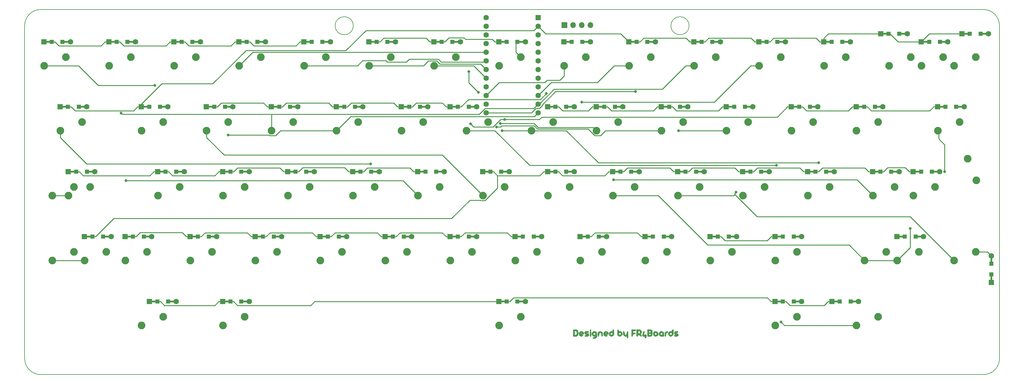
<source format=gtl>
G04 #@! TF.GenerationSoftware,KiCad,Pcbnew,5.1.10-88a1d61d58~90~ubuntu21.04.1*
G04 #@! TF.CreationDate,2021-09-17T14:26:20+02:00*
G04 #@! TF.ProjectId,unix60pcb,756e6978-3630-4706-9362-2e6b69636164,rev?*
G04 #@! TF.SameCoordinates,Original*
G04 #@! TF.FileFunction,Copper,L1,Top*
G04 #@! TF.FilePolarity,Positive*
%FSLAX46Y46*%
G04 Gerber Fmt 4.6, Leading zero omitted, Abs format (unit mm)*
G04 Created by KiCad (PCBNEW 5.1.10-88a1d61d58~90~ubuntu21.04.1) date 2021-09-17 14:26:20*
%MOMM*%
%LPD*%
G01*
G04 APERTURE LIST*
G04 #@! TA.AperFunction,Profile*
%ADD10C,0.150000*%
G04 #@! TD*
G04 #@! TA.AperFunction,EtchedComponent*
%ADD11C,0.010000*%
G04 #@! TD*
G04 #@! TA.AperFunction,ComponentPad*
%ADD12C,1.600000*%
G04 #@! TD*
G04 #@! TA.AperFunction,ComponentPad*
%ADD13R,1.600000X1.600000*%
G04 #@! TD*
G04 #@! TA.AperFunction,SMDPad,CuDef*
%ADD14R,2.500000X0.500000*%
G04 #@! TD*
G04 #@! TA.AperFunction,SMDPad,CuDef*
%ADD15R,1.200000X1.200000*%
G04 #@! TD*
G04 #@! TA.AperFunction,ComponentPad*
%ADD16R,1.700000X1.700000*%
G04 #@! TD*
G04 #@! TA.AperFunction,ComponentPad*
%ADD17O,1.700000X1.700000*%
G04 #@! TD*
G04 #@! TA.AperFunction,SMDPad,CuDef*
%ADD18R,0.500000X2.500000*%
G04 #@! TD*
G04 #@! TA.AperFunction,ComponentPad*
%ADD19C,2.250000*%
G04 #@! TD*
G04 #@! TA.AperFunction,ViaPad*
%ADD20C,0.800000*%
G04 #@! TD*
G04 #@! TA.AperFunction,Conductor*
%ADD21C,0.250000*%
G04 #@! TD*
G04 APERTURE END LIST*
D10*
X260620800Y-88582500D02*
G75*
G03*
X260620800Y-88582500I-2650000J0D01*
G01*
X162196250Y-88582500D02*
G75*
G03*
X162196250Y-88582500I-2650000J0D01*
G01*
X70643750Y-83813650D02*
X346868750Y-83813650D01*
X65881250Y-88576150D02*
G75*
G02*
X70643750Y-83813650I4762500J0D01*
G01*
X346868750Y-83813650D02*
G75*
G02*
X351631250Y-88576150I0J-4762500D01*
G01*
X65881250Y-88576150D02*
X65881250Y-186207400D01*
X351631250Y-88576150D02*
X351631250Y-186207400D01*
X346868750Y-190969900D02*
X70643750Y-190969900D01*
X70643750Y-190969900D02*
G75*
G02*
X65881250Y-186207400I0J4762500D01*
G01*
X351631250Y-186207400D02*
G75*
G02*
X346868750Y-190969900I-4762500J0D01*
G01*
D11*
G36*
X231845016Y-177774200D02*
G01*
X231882697Y-177916413D01*
X231825533Y-178037333D01*
X231673424Y-178127223D01*
X231563393Y-178054187D01*
X231542590Y-178009371D01*
X231538839Y-177829615D01*
X231652118Y-177719569D01*
X231718021Y-177708984D01*
X231845016Y-177774200D01*
G37*
X231845016Y-177774200D02*
X231882697Y-177916413D01*
X231825533Y-178037333D01*
X231673424Y-178127223D01*
X231563393Y-178054187D01*
X231542590Y-178009371D01*
X231538839Y-177829615D01*
X231652118Y-177719569D01*
X231718021Y-177708984D01*
X231845016Y-177774200D01*
G36*
X256941704Y-178234077D02*
G01*
X257201170Y-178258812D01*
X257331903Y-178305922D01*
X257374450Y-178393569D01*
X257376083Y-178428650D01*
X257345043Y-178540192D01*
X257223651Y-178598691D01*
X257016250Y-178624018D01*
X256776439Y-178663183D01*
X256667886Y-178721958D01*
X256699860Y-178777891D01*
X256881626Y-178808531D01*
X256939627Y-178809650D01*
X257218263Y-178870287D01*
X257411043Y-179025648D01*
X257497401Y-179235913D01*
X257456771Y-179461258D01*
X257348249Y-179600861D01*
X257173837Y-179687549D01*
X256922322Y-179735618D01*
X256650920Y-179744162D01*
X256416843Y-179712273D01*
X256277305Y-179639043D01*
X256265256Y-179618038D01*
X256252927Y-179454487D01*
X256376418Y-179355190D01*
X256648011Y-179311893D01*
X256724913Y-179309145D01*
X257122083Y-179300640D01*
X256790046Y-179222782D01*
X256477333Y-179123617D01*
X256303114Y-178991574D01*
X256236629Y-178798922D01*
X256233083Y-178720664D01*
X256286010Y-178454352D01*
X256453483Y-178294431D01*
X256748538Y-178231949D01*
X256941704Y-178234077D01*
G37*
X256941704Y-178234077D02*
X257201170Y-178258812D01*
X257331903Y-178305922D01*
X257374450Y-178393569D01*
X257376083Y-178428650D01*
X257345043Y-178540192D01*
X257223651Y-178598691D01*
X257016250Y-178624018D01*
X256776439Y-178663183D01*
X256667886Y-178721958D01*
X256699860Y-178777891D01*
X256881626Y-178808531D01*
X256939627Y-178809650D01*
X257218263Y-178870287D01*
X257411043Y-179025648D01*
X257497401Y-179235913D01*
X257456771Y-179461258D01*
X257348249Y-179600861D01*
X257173837Y-179687549D01*
X256922322Y-179735618D01*
X256650920Y-179744162D01*
X256416843Y-179712273D01*
X256277305Y-179639043D01*
X256265256Y-179618038D01*
X256252927Y-179454487D01*
X256376418Y-179355190D01*
X256648011Y-179311893D01*
X256724913Y-179309145D01*
X257122083Y-179300640D01*
X256790046Y-179222782D01*
X256477333Y-179123617D01*
X256303114Y-178991574D01*
X256236629Y-178798922D01*
X256233083Y-178720664D01*
X256286010Y-178454352D01*
X256453483Y-178294431D01*
X256748538Y-178231949D01*
X256941704Y-178234077D01*
G36*
X255955714Y-177764587D02*
G01*
X255986331Y-177802479D01*
X256034414Y-177972532D01*
X256057600Y-178252436D01*
X256056554Y-178584650D01*
X256031943Y-178911633D01*
X255984431Y-179175844D01*
X255969904Y-179222922D01*
X255797583Y-179491727D01*
X255530390Y-179667596D01*
X255219394Y-179732947D01*
X254915661Y-179670198D01*
X254824257Y-179617356D01*
X254593853Y-179370198D01*
X254497909Y-179077154D01*
X254501395Y-179037264D01*
X254911488Y-179037264D01*
X254994064Y-179211589D01*
X255176765Y-179298736D01*
X255421825Y-179266258D01*
X255524846Y-179146969D01*
X255555750Y-178978984D01*
X255492976Y-178769239D01*
X255341345Y-178653010D01*
X255155889Y-178646021D01*
X254991641Y-178763996D01*
X254963083Y-178809650D01*
X254911488Y-179037264D01*
X254501395Y-179037264D01*
X254524154Y-178776856D01*
X254660315Y-178507936D01*
X254894122Y-178309028D01*
X255213302Y-178218765D01*
X255269076Y-178216984D01*
X255470246Y-178188412D01*
X255568371Y-178075731D01*
X255591427Y-178001691D01*
X255686356Y-177813033D01*
X255823487Y-177726078D01*
X255955714Y-177764587D01*
G37*
X255955714Y-177764587D02*
X255986331Y-177802479D01*
X256034414Y-177972532D01*
X256057600Y-178252436D01*
X256056554Y-178584650D01*
X256031943Y-178911633D01*
X255984431Y-179175844D01*
X255969904Y-179222922D01*
X255797583Y-179491727D01*
X255530390Y-179667596D01*
X255219394Y-179732947D01*
X254915661Y-179670198D01*
X254824257Y-179617356D01*
X254593853Y-179370198D01*
X254497909Y-179077154D01*
X254501395Y-179037264D01*
X254911488Y-179037264D01*
X254994064Y-179211589D01*
X255176765Y-179298736D01*
X255421825Y-179266258D01*
X255524846Y-179146969D01*
X255555750Y-178978984D01*
X255492976Y-178769239D01*
X255341345Y-178653010D01*
X255155889Y-178646021D01*
X254991641Y-178763996D01*
X254963083Y-178809650D01*
X254911488Y-179037264D01*
X254501395Y-179037264D01*
X254524154Y-178776856D01*
X254660315Y-178507936D01*
X254894122Y-178309028D01*
X255213302Y-178218765D01*
X255269076Y-178216984D01*
X255470246Y-178188412D01*
X255568371Y-178075731D01*
X255591427Y-178001691D01*
X255686356Y-177813033D01*
X255823487Y-177726078D01*
X255955714Y-177764587D01*
G36*
X254329804Y-178231183D02*
G01*
X254408027Y-178294010D01*
X254423146Y-178451181D01*
X254329002Y-178592442D01*
X254202391Y-178640317D01*
X254025788Y-178693860D01*
X253913368Y-178867739D01*
X253854021Y-179181827D01*
X253846665Y-179276705D01*
X253808824Y-179560734D01*
X253735969Y-179700217D01*
X253688954Y-179721982D01*
X253538383Y-179711169D01*
X253498454Y-179687466D01*
X253465290Y-179575643D01*
X253443740Y-179352039D01*
X253439083Y-179170026D01*
X253453285Y-178877609D01*
X253512706Y-178681442D01*
X253642563Y-178509628D01*
X253686570Y-178464471D01*
X253907169Y-178302612D01*
X254138852Y-178220769D01*
X254329804Y-178231183D01*
G37*
X254329804Y-178231183D02*
X254408027Y-178294010D01*
X254423146Y-178451181D01*
X254329002Y-178592442D01*
X254202391Y-178640317D01*
X254025788Y-178693860D01*
X253913368Y-178867739D01*
X253854021Y-179181827D01*
X253846665Y-179276705D01*
X253808824Y-179560734D01*
X253735969Y-179700217D01*
X253688954Y-179721982D01*
X253538383Y-179711169D01*
X253498454Y-179687466D01*
X253465290Y-179575643D01*
X253443740Y-179352039D01*
X253439083Y-179170026D01*
X253453285Y-178877609D01*
X253512706Y-178681442D01*
X253642563Y-178509628D01*
X253686570Y-178464471D01*
X253907169Y-178302612D01*
X254138852Y-178220769D01*
X254329804Y-178231183D01*
G36*
X252892038Y-178352912D02*
G01*
X253026554Y-178468762D01*
X253170507Y-178630304D01*
X253241754Y-178784591D01*
X253260276Y-178997016D01*
X253252874Y-179209477D01*
X253227416Y-179698414D01*
X252734575Y-179720203D01*
X252442381Y-179723881D01*
X252253682Y-179689391D01*
X252103638Y-179596937D01*
X251993741Y-179494001D01*
X251787645Y-179197465D01*
X251773073Y-179079696D01*
X252195182Y-179079696D01*
X252257125Y-179194717D01*
X252443539Y-179306521D01*
X252652322Y-179279028D01*
X252758374Y-179194717D01*
X252833449Y-178991367D01*
X252762266Y-178788170D01*
X252655916Y-178692158D01*
X252466199Y-178649108D01*
X252302135Y-178729637D01*
X252199779Y-178888311D01*
X252195182Y-179079696D01*
X251773073Y-179079696D01*
X251750170Y-178894598D01*
X251881322Y-178594290D01*
X251993237Y-178464471D01*
X252289155Y-178258553D01*
X252591275Y-178221377D01*
X252892038Y-178352912D01*
G37*
X252892038Y-178352912D02*
X253026554Y-178468762D01*
X253170507Y-178630304D01*
X253241754Y-178784591D01*
X253260276Y-178997016D01*
X253252874Y-179209477D01*
X253227416Y-179698414D01*
X252734575Y-179720203D01*
X252442381Y-179723881D01*
X252253682Y-179689391D01*
X252103638Y-179596937D01*
X251993741Y-179494001D01*
X251787645Y-179197465D01*
X251773073Y-179079696D01*
X252195182Y-179079696D01*
X252257125Y-179194717D01*
X252443539Y-179306521D01*
X252652322Y-179279028D01*
X252758374Y-179194717D01*
X252833449Y-178991367D01*
X252762266Y-178788170D01*
X252655916Y-178692158D01*
X252466199Y-178649108D01*
X252302135Y-178729637D01*
X252199779Y-178888311D01*
X252195182Y-179079696D01*
X251773073Y-179079696D01*
X251750170Y-178894598D01*
X251881322Y-178594290D01*
X251993237Y-178464471D01*
X252289155Y-178258553D01*
X252591275Y-178221377D01*
X252892038Y-178352912D01*
G36*
X251113636Y-178291184D02*
G01*
X251373992Y-178485505D01*
X251538698Y-178757527D01*
X251573723Y-178965343D01*
X251501779Y-179311447D01*
X251316933Y-179564501D01*
X251055565Y-179709420D01*
X250754055Y-179731121D01*
X250448783Y-179614520D01*
X250299903Y-179493496D01*
X250099393Y-179211464D01*
X250072767Y-179079696D01*
X250501848Y-179079696D01*
X250563792Y-179194717D01*
X250750206Y-179306521D01*
X250958988Y-179279028D01*
X251065041Y-179194717D01*
X251140116Y-178991367D01*
X251068932Y-178788170D01*
X250962583Y-178692158D01*
X250772865Y-178649108D01*
X250608802Y-178729637D01*
X250506445Y-178888311D01*
X250501848Y-179079696D01*
X250072767Y-179079696D01*
X250052416Y-178978984D01*
X250126970Y-178695495D01*
X250318198Y-178441568D01*
X250577451Y-178266698D01*
X250801407Y-178216984D01*
X251113636Y-178291184D01*
G37*
X251113636Y-178291184D02*
X251373992Y-178485505D01*
X251538698Y-178757527D01*
X251573723Y-178965343D01*
X251501779Y-179311447D01*
X251316933Y-179564501D01*
X251055565Y-179709420D01*
X250754055Y-179731121D01*
X250448783Y-179614520D01*
X250299903Y-179493496D01*
X250099393Y-179211464D01*
X250072767Y-179079696D01*
X250501848Y-179079696D01*
X250563792Y-179194717D01*
X250750206Y-179306521D01*
X250958988Y-179279028D01*
X251065041Y-179194717D01*
X251140116Y-178991367D01*
X251068932Y-178788170D01*
X250962583Y-178692158D01*
X250772865Y-178649108D01*
X250608802Y-178729637D01*
X250506445Y-178888311D01*
X250501848Y-179079696D01*
X250072767Y-179079696D01*
X250052416Y-178978984D01*
X250126970Y-178695495D01*
X250318198Y-178441568D01*
X250577451Y-178266698D01*
X250801407Y-178216984D01*
X251113636Y-178291184D01*
G36*
X249601098Y-177781834D02*
G01*
X249757277Y-177918833D01*
X249837386Y-178162727D01*
X249864274Y-178539055D01*
X249865264Y-178728019D01*
X249849739Y-179157712D01*
X249791912Y-179446414D01*
X249668233Y-179621422D01*
X249455151Y-179710036D01*
X249129117Y-179739557D01*
X248991426Y-179740984D01*
X248640421Y-179725468D01*
X248444575Y-179677494D01*
X248395627Y-179629426D01*
X248380002Y-179501961D01*
X248371809Y-179246496D01*
X248371810Y-179105984D01*
X248782416Y-179105984D01*
X248798311Y-179249954D01*
X248878720Y-179305808D01*
X249072726Y-179303787D01*
X249099916Y-179301594D01*
X249315972Y-179264280D01*
X249406096Y-179183409D01*
X249417416Y-179105984D01*
X249380980Y-178987738D01*
X249243332Y-178928280D01*
X249099916Y-178910373D01*
X248892026Y-178904275D01*
X248802582Y-178953067D01*
X248782499Y-179086988D01*
X248782416Y-179105984D01*
X248371810Y-179105984D01*
X248371813Y-178904236D01*
X248377117Y-178634593D01*
X248385111Y-178343984D01*
X248782416Y-178343984D01*
X248798311Y-178487954D01*
X248878720Y-178543808D01*
X249072726Y-178541787D01*
X249099916Y-178539594D01*
X249315972Y-178502280D01*
X249406096Y-178421409D01*
X249417416Y-178343984D01*
X249380980Y-178225738D01*
X249243332Y-178166280D01*
X249099916Y-178148373D01*
X248892026Y-178142275D01*
X248802582Y-178191067D01*
X248782499Y-178324988D01*
X248782416Y-178343984D01*
X248385111Y-178343984D01*
X248401416Y-177751317D01*
X248969134Y-177726368D01*
X249345999Y-177726192D01*
X249601098Y-177781834D01*
G37*
X249601098Y-177781834D02*
X249757277Y-177918833D01*
X249837386Y-178162727D01*
X249864274Y-178539055D01*
X249865264Y-178728019D01*
X249849739Y-179157712D01*
X249791912Y-179446414D01*
X249668233Y-179621422D01*
X249455151Y-179710036D01*
X249129117Y-179739557D01*
X248991426Y-179740984D01*
X248640421Y-179725468D01*
X248444575Y-179677494D01*
X248395627Y-179629426D01*
X248380002Y-179501961D01*
X248371809Y-179246496D01*
X248371810Y-179105984D01*
X248782416Y-179105984D01*
X248798311Y-179249954D01*
X248878720Y-179305808D01*
X249072726Y-179303787D01*
X249099916Y-179301594D01*
X249315972Y-179264280D01*
X249406096Y-179183409D01*
X249417416Y-179105984D01*
X249380980Y-178987738D01*
X249243332Y-178928280D01*
X249099916Y-178910373D01*
X248892026Y-178904275D01*
X248802582Y-178953067D01*
X248782499Y-179086988D01*
X248782416Y-179105984D01*
X248371810Y-179105984D01*
X248371813Y-178904236D01*
X248377117Y-178634593D01*
X248385111Y-178343984D01*
X248782416Y-178343984D01*
X248798311Y-178487954D01*
X248878720Y-178543808D01*
X249072726Y-178541787D01*
X249099916Y-178539594D01*
X249315972Y-178502280D01*
X249406096Y-178421409D01*
X249417416Y-178343984D01*
X249380980Y-178225738D01*
X249243332Y-178166280D01*
X249099916Y-178148373D01*
X248892026Y-178142275D01*
X248802582Y-178191067D01*
X248782499Y-178324988D01*
X248782416Y-178343984D01*
X248385111Y-178343984D01*
X248401416Y-177751317D01*
X248969134Y-177726368D01*
X249345999Y-177726192D01*
X249601098Y-177781834D01*
G36*
X246057038Y-177721470D02*
G01*
X246258791Y-177770546D01*
X246412868Y-177873632D01*
X246454488Y-177913359D01*
X246668643Y-178206835D01*
X246717270Y-178505922D01*
X246603403Y-178832395D01*
X246586568Y-178861701D01*
X246477244Y-179062795D01*
X246454490Y-179184074D01*
X246512796Y-179287832D01*
X246545568Y-179325184D01*
X246633540Y-179498242D01*
X246614960Y-179656555D01*
X246500570Y-179738933D01*
X246472580Y-179740984D01*
X246346282Y-179683951D01*
X246170505Y-179541690D01*
X246115416Y-179486984D01*
X245940104Y-179327443D01*
X245799471Y-179239174D01*
X245771492Y-179232984D01*
X245686303Y-179306318D01*
X245620905Y-179483099D01*
X245620116Y-179486984D01*
X245531020Y-179670598D01*
X245391539Y-179747059D01*
X245254008Y-179701646D01*
X245193141Y-179607059D01*
X245167501Y-179452337D01*
X245150955Y-179179468D01*
X245143505Y-178839396D01*
X245145149Y-178483062D01*
X245145552Y-178470984D01*
X245649750Y-178470984D01*
X245683558Y-178713509D01*
X245798509Y-178815928D01*
X246014888Y-178790943D01*
X246108491Y-178758258D01*
X246211513Y-178638969D01*
X246242416Y-178470984D01*
X246187495Y-178259884D01*
X246011922Y-178152549D01*
X245812158Y-178132317D01*
X245705382Y-178163301D01*
X245658331Y-178285086D01*
X245649750Y-178470984D01*
X245145552Y-178470984D01*
X245155888Y-178161410D01*
X245175722Y-177925381D01*
X245193141Y-177842908D01*
X245271112Y-177762396D01*
X245449264Y-177720538D01*
X245747323Y-177708984D01*
X246057038Y-177721470D01*
G37*
X246057038Y-177721470D02*
X246258791Y-177770546D01*
X246412868Y-177873632D01*
X246454488Y-177913359D01*
X246668643Y-178206835D01*
X246717270Y-178505922D01*
X246603403Y-178832395D01*
X246586568Y-178861701D01*
X246477244Y-179062795D01*
X246454490Y-179184074D01*
X246512796Y-179287832D01*
X246545568Y-179325184D01*
X246633540Y-179498242D01*
X246614960Y-179656555D01*
X246500570Y-179738933D01*
X246472580Y-179740984D01*
X246346282Y-179683951D01*
X246170505Y-179541690D01*
X246115416Y-179486984D01*
X245940104Y-179327443D01*
X245799471Y-179239174D01*
X245771492Y-179232984D01*
X245686303Y-179306318D01*
X245620905Y-179483099D01*
X245620116Y-179486984D01*
X245531020Y-179670598D01*
X245391539Y-179747059D01*
X245254008Y-179701646D01*
X245193141Y-179607059D01*
X245167501Y-179452337D01*
X245150955Y-179179468D01*
X245143505Y-178839396D01*
X245145149Y-178483062D01*
X245145552Y-178470984D01*
X245649750Y-178470984D01*
X245683558Y-178713509D01*
X245798509Y-178815928D01*
X246014888Y-178790943D01*
X246108491Y-178758258D01*
X246211513Y-178638969D01*
X246242416Y-178470984D01*
X246187495Y-178259884D01*
X246011922Y-178152549D01*
X245812158Y-178132317D01*
X245705382Y-178163301D01*
X245658331Y-178285086D01*
X245649750Y-178470984D01*
X245145552Y-178470984D01*
X245155888Y-178161410D01*
X245175722Y-177925381D01*
X245193141Y-177842908D01*
X245271112Y-177762396D01*
X245449264Y-177720538D01*
X245747323Y-177708984D01*
X246057038Y-177721470D01*
G36*
X244704417Y-177755316D02*
G01*
X244894913Y-177773553D01*
X244986328Y-177815385D01*
X245013754Y-177890169D01*
X245014750Y-177920650D01*
X244990559Y-178022258D01*
X244891167Y-178079028D01*
X244676344Y-178108602D01*
X244570250Y-178115575D01*
X244311681Y-178136112D01*
X244179779Y-178176583D01*
X244132000Y-178263326D01*
X244125750Y-178390741D01*
X244140138Y-178552356D01*
X244216004Y-178623094D01*
X244402401Y-178640096D01*
X244455358Y-178640317D01*
X244681325Y-178665429D01*
X244813563Y-178729004D01*
X244823886Y-178746150D01*
X244833323Y-178931014D01*
X244694953Y-179036074D01*
X244462472Y-179063650D01*
X244249658Y-179074534D01*
X244152207Y-179139439D01*
X244116242Y-179306748D01*
X244109694Y-179380446D01*
X244053015Y-179594363D01*
X243948195Y-179723718D01*
X243831378Y-179743462D01*
X243741361Y-179635684D01*
X243724725Y-179505449D01*
X243715738Y-179247578D01*
X243715267Y-178903633D01*
X243720450Y-178634593D01*
X243744750Y-177751317D01*
X244379750Y-177751317D01*
X244704417Y-177755316D01*
G37*
X244704417Y-177755316D02*
X244894913Y-177773553D01*
X244986328Y-177815385D01*
X245013754Y-177890169D01*
X245014750Y-177920650D01*
X244990559Y-178022258D01*
X244891167Y-178079028D01*
X244676344Y-178108602D01*
X244570250Y-178115575D01*
X244311681Y-178136112D01*
X244179779Y-178176583D01*
X244132000Y-178263326D01*
X244125750Y-178390741D01*
X244140138Y-178552356D01*
X244216004Y-178623094D01*
X244402401Y-178640096D01*
X244455358Y-178640317D01*
X244681325Y-178665429D01*
X244813563Y-178729004D01*
X244823886Y-178746150D01*
X244833323Y-178931014D01*
X244694953Y-179036074D01*
X244462472Y-179063650D01*
X244249658Y-179074534D01*
X244152207Y-179139439D01*
X244116242Y-179306748D01*
X244109694Y-179380446D01*
X244053015Y-179594363D01*
X243948195Y-179723718D01*
X243831378Y-179743462D01*
X243741361Y-179635684D01*
X243724725Y-179505449D01*
X243715738Y-179247578D01*
X243715267Y-178903633D01*
X243720450Y-178634593D01*
X243744750Y-177751317D01*
X244379750Y-177751317D01*
X244704417Y-177755316D01*
G36*
X239828642Y-177780712D02*
G01*
X239943840Y-177919955D01*
X239977083Y-178089916D01*
X240000980Y-178207325D01*
X240104611Y-178244671D01*
X240270953Y-178233340D01*
X240566142Y-178276253D01*
X240828849Y-178446551D01*
X241014179Y-178702743D01*
X241077750Y-178978984D01*
X241001490Y-179268529D01*
X240805146Y-179523654D01*
X240537365Y-179695710D01*
X240315750Y-179740984D01*
X240023852Y-179665426D01*
X239801237Y-179493496D01*
X239680065Y-179361552D01*
X239606629Y-179232833D01*
X239573130Y-179079696D01*
X240003182Y-179079696D01*
X240065125Y-179194717D01*
X240251539Y-179306521D01*
X240460322Y-179279028D01*
X240566374Y-179194717D01*
X240641449Y-178991367D01*
X240570266Y-178788170D01*
X240463916Y-178692158D01*
X240274199Y-178649108D01*
X240110135Y-178729637D01*
X240007779Y-178888311D01*
X240003182Y-179079696D01*
X239573130Y-179079696D01*
X239569039Y-179060999D01*
X239555406Y-178799709D01*
X239553750Y-178528888D01*
X239562032Y-178146531D01*
X239589413Y-177907989D01*
X239639695Y-177788440D01*
X239670432Y-177766991D01*
X239828642Y-177780712D01*
G37*
X239828642Y-177780712D02*
X239943840Y-177919955D01*
X239977083Y-178089916D01*
X240000980Y-178207325D01*
X240104611Y-178244671D01*
X240270953Y-178233340D01*
X240566142Y-178276253D01*
X240828849Y-178446551D01*
X241014179Y-178702743D01*
X241077750Y-178978984D01*
X241001490Y-179268529D01*
X240805146Y-179523654D01*
X240537365Y-179695710D01*
X240315750Y-179740984D01*
X240023852Y-179665426D01*
X239801237Y-179493496D01*
X239680065Y-179361552D01*
X239606629Y-179232833D01*
X239573130Y-179079696D01*
X240003182Y-179079696D01*
X240065125Y-179194717D01*
X240251539Y-179306521D01*
X240460322Y-179279028D01*
X240566374Y-179194717D01*
X240641449Y-178991367D01*
X240570266Y-178788170D01*
X240463916Y-178692158D01*
X240274199Y-178649108D01*
X240110135Y-178729637D01*
X240007779Y-178888311D01*
X240003182Y-179079696D01*
X239573130Y-179079696D01*
X239569039Y-179060999D01*
X239555406Y-178799709D01*
X239553750Y-178528888D01*
X239562032Y-178146531D01*
X239589413Y-177907989D01*
X239639695Y-177788440D01*
X239670432Y-177766991D01*
X239828642Y-177780712D01*
G36*
X238492572Y-177765626D02*
G01*
X238544901Y-177830198D01*
X238576195Y-177977498D01*
X238594913Y-178239992D01*
X238604592Y-178495320D01*
X238613739Y-178854693D01*
X238605659Y-179089453D01*
X238570213Y-179244170D01*
X238497259Y-179363417D01*
X238378272Y-179490154D01*
X238080910Y-179697965D01*
X237778366Y-179737099D01*
X237478528Y-179607530D01*
X237345903Y-179493496D01*
X237139851Y-179198086D01*
X237125239Y-179079696D01*
X237547848Y-179079696D01*
X237609792Y-179194717D01*
X237796206Y-179306521D01*
X238004988Y-179279028D01*
X238111041Y-179194717D01*
X238186116Y-178991367D01*
X238114932Y-178788170D01*
X238008583Y-178692158D01*
X237818865Y-178649108D01*
X237654802Y-178729637D01*
X237552445Y-178888311D01*
X237547848Y-179079696D01*
X237125239Y-179079696D01*
X237102669Y-178896834D01*
X237234306Y-178595696D01*
X237354879Y-178455495D01*
X237559425Y-178285123D01*
X237751139Y-178226502D01*
X237901151Y-178232866D01*
X238097931Y-178242049D01*
X238184353Y-178179875D01*
X238216188Y-178009008D01*
X238266545Y-177817115D01*
X238384095Y-177752389D01*
X238410750Y-177751317D01*
X238492572Y-177765626D01*
G37*
X238492572Y-177765626D02*
X238544901Y-177830198D01*
X238576195Y-177977498D01*
X238594913Y-178239992D01*
X238604592Y-178495320D01*
X238613739Y-178854693D01*
X238605659Y-179089453D01*
X238570213Y-179244170D01*
X238497259Y-179363417D01*
X238378272Y-179490154D01*
X238080910Y-179697965D01*
X237778366Y-179737099D01*
X237478528Y-179607530D01*
X237345903Y-179493496D01*
X237139851Y-179198086D01*
X237125239Y-179079696D01*
X237547848Y-179079696D01*
X237609792Y-179194717D01*
X237796206Y-179306521D01*
X238004988Y-179279028D01*
X238111041Y-179194717D01*
X238186116Y-178991367D01*
X238114932Y-178788170D01*
X238008583Y-178692158D01*
X237818865Y-178649108D01*
X237654802Y-178729637D01*
X237552445Y-178888311D01*
X237547848Y-179079696D01*
X237125239Y-179079696D01*
X237102669Y-178896834D01*
X237234306Y-178595696D01*
X237354879Y-178455495D01*
X237559425Y-178285123D01*
X237751139Y-178226502D01*
X237901151Y-178232866D01*
X238097931Y-178242049D01*
X238184353Y-178179875D01*
X238216188Y-178009008D01*
X238266545Y-177817115D01*
X238384095Y-177752389D01*
X238410750Y-177751317D01*
X238492572Y-177765626D01*
G36*
X236503003Y-178279609D02*
G01*
X236742903Y-178438232D01*
X236924495Y-178648970D01*
X237000825Y-178867939D01*
X236998544Y-178914932D01*
X236963123Y-179024050D01*
X236868377Y-179089601D01*
X236673235Y-179129756D01*
X236463416Y-179151724D01*
X236201208Y-179185595D01*
X236074098Y-179225407D01*
X236085654Y-179259735D01*
X236271225Y-179300098D01*
X236420850Y-179298662D01*
X236596760Y-179326053D01*
X236658776Y-179434505D01*
X236633142Y-179612047D01*
X236494402Y-179715049D01*
X236282726Y-179740938D01*
X236038287Y-179687144D01*
X235801256Y-179551095D01*
X235737237Y-179493496D01*
X235536727Y-179211464D01*
X235489750Y-178978984D01*
X235556647Y-178724984D01*
X236040083Y-178724984D01*
X236073505Y-178784648D01*
X236239233Y-178809572D01*
X236251750Y-178809650D01*
X236423853Y-178787105D01*
X236465662Y-178729013D01*
X236463416Y-178724984D01*
X236343645Y-178653118D01*
X236251750Y-178640317D01*
X236091755Y-178680358D01*
X236040083Y-178724984D01*
X235556647Y-178724984D01*
X235566009Y-178689438D01*
X235762353Y-178434313D01*
X236030134Y-178262257D01*
X236251750Y-178216983D01*
X236503003Y-178279609D01*
G37*
X236503003Y-178279609D02*
X236742903Y-178438232D01*
X236924495Y-178648970D01*
X237000825Y-178867939D01*
X236998544Y-178914932D01*
X236963123Y-179024050D01*
X236868377Y-179089601D01*
X236673235Y-179129756D01*
X236463416Y-179151724D01*
X236201208Y-179185595D01*
X236074098Y-179225407D01*
X236085654Y-179259735D01*
X236271225Y-179300098D01*
X236420850Y-179298662D01*
X236596760Y-179326053D01*
X236658776Y-179434505D01*
X236633142Y-179612047D01*
X236494402Y-179715049D01*
X236282726Y-179740938D01*
X236038287Y-179687144D01*
X235801256Y-179551095D01*
X235737237Y-179493496D01*
X235536727Y-179211464D01*
X235489750Y-178978984D01*
X235556647Y-178724984D01*
X236040083Y-178724984D01*
X236073505Y-178784648D01*
X236239233Y-178809572D01*
X236251750Y-178809650D01*
X236423853Y-178787105D01*
X236465662Y-178729013D01*
X236463416Y-178724984D01*
X236343645Y-178653118D01*
X236251750Y-178640317D01*
X236091755Y-178680358D01*
X236040083Y-178724984D01*
X235556647Y-178724984D01*
X235566009Y-178689438D01*
X235762353Y-178434313D01*
X236030134Y-178262257D01*
X236251750Y-178216983D01*
X236503003Y-178279609D01*
G36*
X234822007Y-178290748D02*
G01*
X235077220Y-178468762D01*
X235221158Y-178630280D01*
X235292409Y-178784541D01*
X235310945Y-178996920D01*
X235303541Y-179209595D01*
X235281503Y-179488057D01*
X235242194Y-179636075D01*
X235170128Y-179692534D01*
X235108750Y-179698650D01*
X235006943Y-179673193D01*
X234946165Y-179570618D01*
X234908213Y-179351621D01*
X234897083Y-179241594D01*
X234821803Y-178883280D01*
X234694464Y-178674348D01*
X234542500Y-178614826D01*
X234393346Y-178704746D01*
X234274438Y-178944136D01*
X234219750Y-179240860D01*
X234173161Y-179541334D01*
X234099223Y-179694018D01*
X234046288Y-179722010D01*
X233895712Y-179711170D01*
X233855788Y-179687466D01*
X233814052Y-179558383D01*
X233798634Y-179323078D01*
X233806916Y-179042176D01*
X233836283Y-178776298D01*
X233884119Y-178586067D01*
X233904942Y-178548313D01*
X234177880Y-178312914D01*
X234496525Y-178226180D01*
X234822007Y-178290748D01*
G37*
X234822007Y-178290748D02*
X235077220Y-178468762D01*
X235221158Y-178630280D01*
X235292409Y-178784541D01*
X235310945Y-178996920D01*
X235303541Y-179209595D01*
X235281503Y-179488057D01*
X235242194Y-179636075D01*
X235170128Y-179692534D01*
X235108750Y-179698650D01*
X235006943Y-179673193D01*
X234946165Y-179570618D01*
X234908213Y-179351621D01*
X234897083Y-179241594D01*
X234821803Y-178883280D01*
X234694464Y-178674348D01*
X234542500Y-178614826D01*
X234393346Y-178704746D01*
X234274438Y-178944136D01*
X234219750Y-179240860D01*
X234173161Y-179541334D01*
X234099223Y-179694018D01*
X234046288Y-179722010D01*
X233895712Y-179711170D01*
X233855788Y-179687466D01*
X233814052Y-179558383D01*
X233798634Y-179323078D01*
X233806916Y-179042176D01*
X233836283Y-178776298D01*
X233884119Y-178586067D01*
X233904942Y-178548313D01*
X234177880Y-178312914D01*
X234496525Y-178226180D01*
X234822007Y-178290748D01*
G36*
X231799460Y-178257741D02*
G01*
X231856331Y-178310479D01*
X231896446Y-178459200D01*
X231921930Y-178717000D01*
X231931585Y-179024160D01*
X231924212Y-179320958D01*
X231898612Y-179547675D01*
X231882358Y-179607059D01*
X231767370Y-179726909D01*
X231612775Y-179718821D01*
X231566861Y-179684539D01*
X231540221Y-179578552D01*
X231520355Y-179348365D01*
X231510789Y-179039080D01*
X231510416Y-178962215D01*
X231517374Y-178611142D01*
X231542465Y-178395489D01*
X231592013Y-178281752D01*
X231645961Y-178244322D01*
X231799460Y-178257741D01*
G37*
X231799460Y-178257741D02*
X231856331Y-178310479D01*
X231896446Y-178459200D01*
X231921930Y-178717000D01*
X231931585Y-179024160D01*
X231924212Y-179320958D01*
X231898612Y-179547675D01*
X231882358Y-179607059D01*
X231767370Y-179726909D01*
X231612775Y-179718821D01*
X231566861Y-179684539D01*
X231540221Y-179578552D01*
X231520355Y-179348365D01*
X231510789Y-179039080D01*
X231510416Y-178962215D01*
X231517374Y-178611142D01*
X231542465Y-178395489D01*
X231592013Y-178281752D01*
X231645961Y-178244322D01*
X231799460Y-178257741D01*
G36*
X231058340Y-178245641D02*
G01*
X231190125Y-178318058D01*
X231198408Y-178333666D01*
X231188334Y-178491993D01*
X231033227Y-178598490D01*
X230752877Y-178640161D01*
X230731483Y-178640317D01*
X230525752Y-178660016D01*
X230415586Y-178708937D01*
X230409750Y-178724984D01*
X230483875Y-178782206D01*
X230664849Y-178809312D01*
X230689901Y-178809650D01*
X230934644Y-178843125D01*
X231123817Y-178922086D01*
X231246902Y-179103801D01*
X231269345Y-179342659D01*
X231191145Y-179559623D01*
X231123817Y-179628547D01*
X230957540Y-179692044D01*
X230706870Y-179729093D01*
X230431071Y-179738397D01*
X230189402Y-179718655D01*
X230041126Y-179668568D01*
X230026457Y-179652608D01*
X230019132Y-179515109D01*
X230147282Y-179397514D01*
X230377084Y-179323082D01*
X230525950Y-179309145D01*
X230875416Y-179300640D01*
X230536750Y-179222638D01*
X230230538Y-179096570D01*
X230039238Y-178904619D01*
X229977197Y-178678182D01*
X230058761Y-178448654D01*
X230141250Y-178357106D01*
X230313492Y-178271631D01*
X230562262Y-178223708D01*
X230829798Y-178214618D01*
X231058340Y-178245641D01*
G37*
X231058340Y-178245641D02*
X231190125Y-178318058D01*
X231198408Y-178333666D01*
X231188334Y-178491993D01*
X231033227Y-178598490D01*
X230752877Y-178640161D01*
X230731483Y-178640317D01*
X230525752Y-178660016D01*
X230415586Y-178708937D01*
X230409750Y-178724984D01*
X230483875Y-178782206D01*
X230664849Y-178809312D01*
X230689901Y-178809650D01*
X230934644Y-178843125D01*
X231123817Y-178922086D01*
X231246902Y-179103801D01*
X231269345Y-179342659D01*
X231191145Y-179559623D01*
X231123817Y-179628547D01*
X230957540Y-179692044D01*
X230706870Y-179729093D01*
X230431071Y-179738397D01*
X230189402Y-179718655D01*
X230041126Y-179668568D01*
X230026457Y-179652608D01*
X230019132Y-179515109D01*
X230147282Y-179397514D01*
X230377084Y-179323082D01*
X230525950Y-179309145D01*
X230875416Y-179300640D01*
X230536750Y-179222638D01*
X230230538Y-179096570D01*
X230039238Y-178904619D01*
X229977197Y-178678182D01*
X230058761Y-178448654D01*
X230141250Y-178357106D01*
X230313492Y-178271631D01*
X230562262Y-178223708D01*
X230829798Y-178214618D01*
X231058340Y-178245641D01*
G36*
X229459662Y-178362699D02*
G01*
X229561116Y-178439988D01*
X229748935Y-178641978D01*
X229803571Y-178837902D01*
X229800446Y-178884488D01*
X229772552Y-179008793D01*
X229697561Y-179080828D01*
X229533755Y-179121216D01*
X229266750Y-179148317D01*
X228990140Y-179182616D01*
X228860720Y-179225456D01*
X228869395Y-179262121D01*
X229033657Y-179299353D01*
X229177207Y-179284106D01*
X229395756Y-179298735D01*
X229486699Y-179369964D01*
X229550420Y-179489909D01*
X229478477Y-179592072D01*
X229437871Y-179623145D01*
X229152445Y-179736458D01*
X228845708Y-179695982D01*
X228554348Y-179507019D01*
X228540570Y-179493496D01*
X228334779Y-179197107D01*
X228297601Y-178894180D01*
X228371631Y-178724984D01*
X228843416Y-178724984D01*
X228876838Y-178784648D01*
X229042566Y-178809572D01*
X229055083Y-178809650D01*
X229227186Y-178787105D01*
X229268996Y-178729013D01*
X229266750Y-178724984D01*
X229146978Y-178653118D01*
X229055083Y-178640317D01*
X228895088Y-178680358D01*
X228843416Y-178724984D01*
X228371631Y-178724984D01*
X228429034Y-178593790D01*
X228540570Y-178464471D01*
X228834933Y-178261866D01*
X229142266Y-178227919D01*
X229459662Y-178362699D01*
G37*
X229459662Y-178362699D02*
X229561116Y-178439988D01*
X229748935Y-178641978D01*
X229803571Y-178837902D01*
X229800446Y-178884488D01*
X229772552Y-179008793D01*
X229697561Y-179080828D01*
X229533755Y-179121216D01*
X229266750Y-179148317D01*
X228990140Y-179182616D01*
X228860720Y-179225456D01*
X228869395Y-179262121D01*
X229033657Y-179299353D01*
X229177207Y-179284106D01*
X229395756Y-179298735D01*
X229486699Y-179369964D01*
X229550420Y-179489909D01*
X229478477Y-179592072D01*
X229437871Y-179623145D01*
X229152445Y-179736458D01*
X228845708Y-179695982D01*
X228554348Y-179507019D01*
X228540570Y-179493496D01*
X228334779Y-179197107D01*
X228297601Y-178894180D01*
X228371631Y-178724984D01*
X228843416Y-178724984D01*
X228876838Y-178784648D01*
X229042566Y-178809572D01*
X229055083Y-178809650D01*
X229227186Y-178787105D01*
X229268996Y-178729013D01*
X229266750Y-178724984D01*
X229146978Y-178653118D01*
X229055083Y-178640317D01*
X228895088Y-178680358D01*
X228843416Y-178724984D01*
X228371631Y-178724984D01*
X228429034Y-178593790D01*
X228540570Y-178464471D01*
X228834933Y-178261866D01*
X229142266Y-178227919D01*
X229459662Y-178362699D01*
G36*
X227500359Y-177723676D02*
G01*
X227708813Y-177780406D01*
X227879434Y-177898154D01*
X227899720Y-177916607D01*
X228018888Y-178044428D01*
X228086427Y-178184689D01*
X228116619Y-178388916D01*
X228123742Y-178708636D01*
X228123750Y-178724984D01*
X228117268Y-179050547D01*
X228088305Y-179258503D01*
X228022580Y-179400376D01*
X227905813Y-179527693D01*
X227899720Y-179533360D01*
X227727658Y-179660202D01*
X227524510Y-179722947D01*
X227224657Y-179740903D01*
X227194164Y-179740984D01*
X226921998Y-179731763D01*
X226723299Y-179707962D01*
X226656194Y-179684539D01*
X226631057Y-179578510D01*
X226613417Y-179347720D01*
X226603397Y-179036582D01*
X226601351Y-178724984D01*
X227023083Y-178724984D01*
X227025546Y-179034467D01*
X227042790Y-179211568D01*
X227089596Y-179293240D01*
X227180743Y-179316432D01*
X227260149Y-179317650D01*
X227471699Y-179283341D01*
X227598816Y-179216050D01*
X227660355Y-179074411D01*
X227696456Y-178836435D01*
X227700416Y-178724983D01*
X227669324Y-178402814D01*
X227563692Y-178215501D01*
X227364990Y-178138100D01*
X227260149Y-178132317D01*
X227136356Y-178138475D01*
X227065516Y-178181586D01*
X227032847Y-178298599D01*
X227023570Y-178526467D01*
X227023083Y-178724984D01*
X226601351Y-178724984D01*
X226601118Y-178689509D01*
X226606701Y-178350913D01*
X226620270Y-178065206D01*
X226641945Y-177876800D01*
X226651141Y-177842908D01*
X226731468Y-177761033D01*
X226914894Y-177719294D01*
X227189111Y-177708984D01*
X227500359Y-177723676D01*
G37*
X227500359Y-177723676D02*
X227708813Y-177780406D01*
X227879434Y-177898154D01*
X227899720Y-177916607D01*
X228018888Y-178044428D01*
X228086427Y-178184689D01*
X228116619Y-178388916D01*
X228123742Y-178708636D01*
X228123750Y-178724984D01*
X228117268Y-179050547D01*
X228088305Y-179258503D01*
X228022580Y-179400376D01*
X227905813Y-179527693D01*
X227899720Y-179533360D01*
X227727658Y-179660202D01*
X227524510Y-179722947D01*
X227224657Y-179740903D01*
X227194164Y-179740984D01*
X226921998Y-179731763D01*
X226723299Y-179707962D01*
X226656194Y-179684539D01*
X226631057Y-179578510D01*
X226613417Y-179347720D01*
X226603397Y-179036582D01*
X226601351Y-178724984D01*
X227023083Y-178724984D01*
X227025546Y-179034467D01*
X227042790Y-179211568D01*
X227089596Y-179293240D01*
X227180743Y-179316432D01*
X227260149Y-179317650D01*
X227471699Y-179283341D01*
X227598816Y-179216050D01*
X227660355Y-179074411D01*
X227696456Y-178836435D01*
X227700416Y-178724983D01*
X227669324Y-178402814D01*
X227563692Y-178215501D01*
X227364990Y-178138100D01*
X227260149Y-178132317D01*
X227136356Y-178138475D01*
X227065516Y-178181586D01*
X227032847Y-178298599D01*
X227023570Y-178526467D01*
X227023083Y-178724984D01*
X226601351Y-178724984D01*
X226601118Y-178689509D01*
X226606701Y-178350913D01*
X226620270Y-178065206D01*
X226641945Y-177876800D01*
X226651141Y-177842908D01*
X226731468Y-177761033D01*
X226914894Y-177719294D01*
X227189111Y-177708984D01*
X227500359Y-177723676D01*
G36*
X247550785Y-178357183D02*
G01*
X247526828Y-178610838D01*
X247470787Y-178807532D01*
X247399048Y-179058125D01*
X247368612Y-179238803D01*
X247376918Y-179295040D01*
X247479529Y-179296541D01*
X247642480Y-179231344D01*
X247810091Y-179164292D01*
X247936668Y-179205853D01*
X248039231Y-179298835D01*
X248160432Y-179453963D01*
X248159277Y-179596226D01*
X248125326Y-179674547D01*
X248038122Y-179895706D01*
X248002642Y-180036345D01*
X247918845Y-180183085D01*
X247773395Y-180241248D01*
X247656454Y-180195466D01*
X247609541Y-180071725D01*
X247597083Y-179938539D01*
X247576288Y-179811213D01*
X247482683Y-179754402D01*
X247269435Y-179741000D01*
X247255759Y-179740984D01*
X247000073Y-179711751D01*
X246872624Y-179630896D01*
X246869396Y-179623615D01*
X246867955Y-179474853D01*
X246916854Y-179228284D01*
X247000023Y-178933559D01*
X247101396Y-178640330D01*
X247204902Y-178398250D01*
X247294474Y-178256971D01*
X247316689Y-178241485D01*
X247480057Y-178231560D01*
X247550785Y-178357183D01*
G37*
X247550785Y-178357183D02*
X247526828Y-178610838D01*
X247470787Y-178807532D01*
X247399048Y-179058125D01*
X247368612Y-179238803D01*
X247376918Y-179295040D01*
X247479529Y-179296541D01*
X247642480Y-179231344D01*
X247810091Y-179164292D01*
X247936668Y-179205853D01*
X248039231Y-179298835D01*
X248160432Y-179453963D01*
X248159277Y-179596226D01*
X248125326Y-179674547D01*
X248038122Y-179895706D01*
X248002642Y-180036345D01*
X247918845Y-180183085D01*
X247773395Y-180241248D01*
X247656454Y-180195466D01*
X247609541Y-180071725D01*
X247597083Y-179938539D01*
X247576288Y-179811213D01*
X247482683Y-179754402D01*
X247269435Y-179741000D01*
X247255759Y-179740984D01*
X247000073Y-179711751D01*
X246872624Y-179630896D01*
X246869396Y-179623615D01*
X246867955Y-179474853D01*
X246916854Y-179228284D01*
X247000023Y-178933559D01*
X247101396Y-178640330D01*
X247204902Y-178398250D01*
X247294474Y-178256971D01*
X247316689Y-178241485D01*
X247480057Y-178231560D01*
X247550785Y-178357183D01*
G36*
X242632208Y-178269653D02*
G01*
X242680508Y-178319773D01*
X242709308Y-178438339D01*
X242723599Y-178654018D01*
X242728372Y-178995473D01*
X242728750Y-179231824D01*
X242725613Y-179657682D01*
X242713620Y-179942444D01*
X242688893Y-180114271D01*
X242647556Y-180201327D01*
X242591236Y-180230814D01*
X242448170Y-180186855D01*
X242400736Y-180119215D01*
X242352665Y-179909519D01*
X242347750Y-179835727D01*
X242313162Y-179739535D01*
X242181106Y-179714324D01*
X242053879Y-179724627D01*
X241831317Y-179722077D01*
X241646795Y-179631111D01*
X241499254Y-179498180D01*
X241350418Y-179332751D01*
X241276388Y-179178728D01*
X241256440Y-178970069D01*
X241263958Y-178748372D01*
X241285996Y-178469910D01*
X241325305Y-178321892D01*
X241397371Y-178265433D01*
X241458750Y-178259317D01*
X241560556Y-178284774D01*
X241621334Y-178387349D01*
X241659286Y-178606346D01*
X241670416Y-178716373D01*
X241745710Y-179074838D01*
X241873051Y-179283780D01*
X242025009Y-179343200D01*
X242174152Y-179253098D01*
X242293049Y-179013473D01*
X242347750Y-178716373D01*
X242382043Y-178447947D01*
X242432865Y-178309541D01*
X242518418Y-178261851D01*
X242559416Y-178259317D01*
X242632208Y-178269653D01*
G37*
X242632208Y-178269653D02*
X242680508Y-178319773D01*
X242709308Y-178438339D01*
X242723599Y-178654018D01*
X242728372Y-178995473D01*
X242728750Y-179231824D01*
X242725613Y-179657682D01*
X242713620Y-179942444D01*
X242688893Y-180114271D01*
X242647556Y-180201327D01*
X242591236Y-180230814D01*
X242448170Y-180186855D01*
X242400736Y-180119215D01*
X242352665Y-179909519D01*
X242347750Y-179835727D01*
X242313162Y-179739535D01*
X242181106Y-179714324D01*
X242053879Y-179724627D01*
X241831317Y-179722077D01*
X241646795Y-179631111D01*
X241499254Y-179498180D01*
X241350418Y-179332751D01*
X241276388Y-179178728D01*
X241256440Y-178970069D01*
X241263958Y-178748372D01*
X241285996Y-178469910D01*
X241325305Y-178321892D01*
X241397371Y-178265433D01*
X241458750Y-178259317D01*
X241560556Y-178284774D01*
X241621334Y-178387349D01*
X241659286Y-178606346D01*
X241670416Y-178716373D01*
X241745710Y-179074838D01*
X241873051Y-179283780D01*
X242025009Y-179343200D01*
X242174152Y-179253098D01*
X242293049Y-179013473D01*
X242347750Y-178716373D01*
X242382043Y-178447947D01*
X242432865Y-178309541D01*
X242518418Y-178261851D01*
X242559416Y-178259317D01*
X242632208Y-178269653D01*
G36*
X233234632Y-178336629D02*
G01*
X233338180Y-178413566D01*
X233455662Y-178530210D01*
X233526522Y-178661493D01*
X233564531Y-178854589D01*
X233583457Y-179156675D01*
X233587198Y-179266792D01*
X233591730Y-179614439D01*
X233572965Y-179840511D01*
X233522046Y-179992148D01*
X233430116Y-180116493D01*
X233426879Y-180120026D01*
X233240245Y-180251979D01*
X232990254Y-180343626D01*
X232729788Y-180386624D01*
X232511731Y-180372625D01*
X232388964Y-180293285D01*
X232385059Y-180284433D01*
X232392237Y-180113552D01*
X232562205Y-179988435D01*
X232832658Y-179918549D01*
X233072076Y-179856849D01*
X233171688Y-179787601D01*
X233126842Y-179734500D01*
X232932889Y-179721244D01*
X232870458Y-179725960D01*
X232529614Y-179686929D01*
X232275124Y-179512748D01*
X232130302Y-179225432D01*
X232116084Y-179097063D01*
X232534712Y-179097063D01*
X232598696Y-179240145D01*
X232632250Y-179261577D01*
X232892662Y-179305922D01*
X233079229Y-179207344D01*
X233119083Y-179148317D01*
X233162988Y-178936190D01*
X233088440Y-178760939D01*
X232937567Y-178657429D01*
X232752499Y-178660526D01*
X232628016Y-178741917D01*
X232544269Y-178904483D01*
X232534712Y-179097063D01*
X232116084Y-179097063D01*
X232105776Y-179003999D01*
X232177321Y-178657481D01*
X232361689Y-178400378D01*
X232623171Y-178249795D01*
X232926055Y-178222843D01*
X233234632Y-178336629D01*
G37*
X233234632Y-178336629D02*
X233338180Y-178413566D01*
X233455662Y-178530210D01*
X233526522Y-178661493D01*
X233564531Y-178854589D01*
X233583457Y-179156675D01*
X233587198Y-179266792D01*
X233591730Y-179614439D01*
X233572965Y-179840511D01*
X233522046Y-179992148D01*
X233430116Y-180116493D01*
X233426879Y-180120026D01*
X233240245Y-180251979D01*
X232990254Y-180343626D01*
X232729788Y-180386624D01*
X232511731Y-180372625D01*
X232388964Y-180293285D01*
X232385059Y-180284433D01*
X232392237Y-180113552D01*
X232562205Y-179988435D01*
X232832658Y-179918549D01*
X233072076Y-179856849D01*
X233171688Y-179787601D01*
X233126842Y-179734500D01*
X232932889Y-179721244D01*
X232870458Y-179725960D01*
X232529614Y-179686929D01*
X232275124Y-179512748D01*
X232130302Y-179225432D01*
X232116084Y-179097063D01*
X232534712Y-179097063D01*
X232598696Y-179240145D01*
X232632250Y-179261577D01*
X232892662Y-179305922D01*
X233079229Y-179207344D01*
X233119083Y-179148317D01*
X233162988Y-178936190D01*
X233088440Y-178760939D01*
X232937567Y-178657429D01*
X232752499Y-178660526D01*
X232628016Y-178741917D01*
X232544269Y-178904483D01*
X232534712Y-179097063D01*
X232116084Y-179097063D01*
X232105776Y-179003999D01*
X232177321Y-178657481D01*
X232361689Y-178400378D01*
X232623171Y-178249795D01*
X232926055Y-178222843D01*
X233234632Y-178336629D01*
D12*
X336481250Y-93338600D03*
D13*
X328681250Y-93338600D03*
D14*
X335281250Y-93338600D03*
D15*
X334156250Y-93338600D03*
X331006250Y-93338600D03*
D14*
X329881250Y-93338600D03*
D16*
X224117000Y-88379300D03*
D17*
X226657000Y-88379300D03*
X229197000Y-88379300D03*
X231737000Y-88379300D03*
D14*
X72706200Y-93338600D03*
D15*
X73831200Y-93338600D03*
X76981200Y-93338600D03*
D14*
X78106200Y-93338600D03*
D13*
X71506200Y-93338600D03*
D12*
X79306200Y-93338600D03*
D14*
X91756200Y-93338600D03*
D15*
X92881200Y-93338600D03*
X96031200Y-93338600D03*
D14*
X97156200Y-93338600D03*
D13*
X90556200Y-93338600D03*
D12*
X98356200Y-93338600D03*
D14*
X110806200Y-93338600D03*
D15*
X111931200Y-93338600D03*
X115081200Y-93338600D03*
D14*
X116206200Y-93338600D03*
D13*
X109606200Y-93338600D03*
D12*
X117406200Y-93338600D03*
D14*
X129856200Y-93338600D03*
D15*
X130981200Y-93338600D03*
X134131200Y-93338600D03*
D14*
X135256200Y-93338600D03*
D13*
X128656200Y-93338600D03*
D12*
X136456200Y-93338600D03*
D14*
X148906200Y-93338600D03*
D15*
X150031200Y-93338600D03*
X153181200Y-93338600D03*
D14*
X154306200Y-93338600D03*
D13*
X147706200Y-93338600D03*
D12*
X155506200Y-93338600D03*
X174556000Y-93338600D03*
D13*
X166756000Y-93338600D03*
D14*
X173356000Y-93338600D03*
D15*
X172231000Y-93338600D03*
X169081000Y-93338600D03*
D14*
X167956000Y-93338600D03*
D12*
X193606000Y-93338600D03*
D13*
X185806000Y-93338600D03*
D14*
X192406000Y-93338600D03*
D15*
X191281000Y-93338600D03*
X188131000Y-93338600D03*
D14*
X187006000Y-93338600D03*
D12*
X212656000Y-93338600D03*
D13*
X204856000Y-93338600D03*
D14*
X211456000Y-93338600D03*
D15*
X210331000Y-93338600D03*
X207181000Y-93338600D03*
D14*
X206056000Y-93338600D03*
X225106000Y-93338600D03*
D15*
X226231000Y-93338600D03*
X229381000Y-93338600D03*
D14*
X230506000Y-93338600D03*
D13*
X223906000Y-93338600D03*
D12*
X231706000Y-93338600D03*
D14*
X244156000Y-93338600D03*
D15*
X245281000Y-93338600D03*
X248431000Y-93338600D03*
D14*
X249556000Y-93338600D03*
D13*
X242956000Y-93338600D03*
D12*
X250756000Y-93338600D03*
D14*
X263206000Y-93338600D03*
D15*
X264331000Y-93338600D03*
X267481000Y-93338600D03*
D14*
X268606000Y-93338600D03*
D13*
X262006000Y-93338600D03*
D12*
X269806000Y-93338600D03*
D14*
X282256000Y-93338600D03*
D15*
X283381000Y-93338600D03*
X286531000Y-93338600D03*
D14*
X287656000Y-93338600D03*
D13*
X281056000Y-93338600D03*
D12*
X288856000Y-93338600D03*
D14*
X301306000Y-93338600D03*
D15*
X302431000Y-93338600D03*
X305581000Y-93338600D03*
D14*
X306706000Y-93338600D03*
D13*
X300106000Y-93338600D03*
D12*
X307906000Y-93338600D03*
D14*
X317975000Y-90957400D03*
D15*
X319100000Y-90957400D03*
X322250000Y-90957400D03*
D14*
X323375000Y-90957400D03*
D13*
X316775000Y-90957400D03*
D12*
X324575000Y-90957400D03*
X348387500Y-90957400D03*
D13*
X340587500Y-90957400D03*
D14*
X347187500Y-90957400D03*
D15*
X346062500Y-90957400D03*
X342912500Y-90957400D03*
D14*
X341787500Y-90957400D03*
D12*
X84068800Y-112388600D03*
D13*
X76268800Y-112388600D03*
D14*
X82868800Y-112388600D03*
D15*
X81743800Y-112388600D03*
X78593800Y-112388600D03*
D14*
X77468800Y-112388600D03*
D12*
X107881200Y-112388600D03*
D13*
X100081200Y-112388600D03*
D14*
X106681200Y-112388600D03*
D15*
X105556200Y-112388600D03*
X102406200Y-112388600D03*
D14*
X101281200Y-112388600D03*
D12*
X126931200Y-112388600D03*
D13*
X119131200Y-112388600D03*
D14*
X125731200Y-112388600D03*
D15*
X124606200Y-112388600D03*
X121456200Y-112388600D03*
D14*
X120331200Y-112388600D03*
D12*
X145981200Y-112388600D03*
D13*
X138181200Y-112388600D03*
D14*
X144781200Y-112388600D03*
D15*
X143656200Y-112388600D03*
X140506200Y-112388600D03*
D14*
X139381200Y-112388600D03*
D12*
X165031000Y-112388600D03*
D13*
X157231000Y-112388600D03*
D14*
X163831000Y-112388600D03*
D15*
X162706000Y-112388600D03*
X159556000Y-112388600D03*
D14*
X158431000Y-112388600D03*
D12*
X184081000Y-112388600D03*
D13*
X176281000Y-112388600D03*
D14*
X182881000Y-112388600D03*
D15*
X181756000Y-112388600D03*
X178606000Y-112388600D03*
D14*
X177481000Y-112388600D03*
X191769000Y-112388600D03*
D15*
X192894000Y-112388600D03*
X196044000Y-112388600D03*
D14*
X197169000Y-112388600D03*
D13*
X190569000Y-112388600D03*
D12*
X198369000Y-112388600D03*
D14*
X220344000Y-112388600D03*
D15*
X221469000Y-112388600D03*
X224619000Y-112388600D03*
D14*
X225744000Y-112388600D03*
D13*
X219144000Y-112388600D03*
D12*
X226944000Y-112388600D03*
D14*
X234631000Y-112388600D03*
D15*
X235756000Y-112388600D03*
X238906000Y-112388600D03*
D14*
X240031000Y-112388600D03*
D13*
X233431000Y-112388600D03*
D12*
X241231000Y-112388600D03*
D14*
X253681000Y-112388600D03*
D15*
X254806000Y-112388600D03*
X257956000Y-112388600D03*
D14*
X259081000Y-112388600D03*
D13*
X252481000Y-112388600D03*
D12*
X260281000Y-112388600D03*
D14*
X272731000Y-112388600D03*
D15*
X273856000Y-112388600D03*
X277006000Y-112388600D03*
D14*
X278131000Y-112388600D03*
D13*
X271531000Y-112388600D03*
D12*
X279331000Y-112388600D03*
D14*
X291781000Y-112388600D03*
D15*
X292906000Y-112388600D03*
X296056000Y-112388600D03*
D14*
X297181000Y-112388600D03*
D13*
X290581000Y-112388600D03*
D12*
X298381000Y-112388600D03*
D14*
X310831000Y-112388600D03*
D15*
X311956000Y-112388600D03*
X315106000Y-112388600D03*
D14*
X316231000Y-112388600D03*
D13*
X309631000Y-112388600D03*
D12*
X317431000Y-112388600D03*
X341244000Y-112388600D03*
D13*
X333444000Y-112388600D03*
D14*
X340044000Y-112388600D03*
D15*
X338919000Y-112388600D03*
X335769000Y-112388600D03*
D14*
X334644000Y-112388600D03*
D12*
X86450000Y-131438600D03*
D13*
X78650000Y-131438600D03*
D14*
X85250000Y-131438600D03*
D15*
X84125000Y-131438600D03*
X80975000Y-131438600D03*
D14*
X79850000Y-131438600D03*
X106043800Y-131438600D03*
D15*
X107168800Y-131438600D03*
X110318800Y-131438600D03*
D14*
X111443800Y-131438600D03*
D13*
X104843800Y-131438600D03*
D12*
X112643800Y-131438600D03*
D14*
X125093800Y-131438600D03*
D15*
X126218800Y-131438600D03*
X129368800Y-131438600D03*
D14*
X130493800Y-131438600D03*
D13*
X123893800Y-131438600D03*
D12*
X131693800Y-131438600D03*
X150743800Y-131438600D03*
D13*
X142943800Y-131438600D03*
D14*
X149543800Y-131438600D03*
D15*
X148418800Y-131438600D03*
X145268800Y-131438600D03*
D14*
X144143800Y-131438600D03*
D12*
X169794000Y-131438600D03*
D13*
X161994000Y-131438600D03*
D14*
X168594000Y-131438600D03*
D15*
X167469000Y-131438600D03*
X164319000Y-131438600D03*
D14*
X163194000Y-131438600D03*
X182244000Y-131438600D03*
D15*
X183369000Y-131438600D03*
X186519000Y-131438600D03*
D14*
X187644000Y-131438600D03*
D13*
X181044000Y-131438600D03*
D12*
X188844000Y-131438600D03*
X207894000Y-131438600D03*
D13*
X200094000Y-131438600D03*
D14*
X206694000Y-131438600D03*
D15*
X205569000Y-131438600D03*
X202419000Y-131438600D03*
D14*
X201294000Y-131438600D03*
D12*
X226944000Y-131438600D03*
D13*
X219144000Y-131438600D03*
D14*
X225744000Y-131438600D03*
D15*
X224619000Y-131438600D03*
X221469000Y-131438600D03*
D14*
X220344000Y-131438600D03*
D12*
X245994000Y-131438600D03*
D13*
X238194000Y-131438600D03*
D14*
X244794000Y-131438600D03*
D15*
X243669000Y-131438600D03*
X240519000Y-131438600D03*
D14*
X239394000Y-131438600D03*
D12*
X265044000Y-131438600D03*
D13*
X257244000Y-131438600D03*
D14*
X263844000Y-131438600D03*
D15*
X262719000Y-131438600D03*
X259569000Y-131438600D03*
D14*
X258444000Y-131438600D03*
D12*
X284094000Y-131438600D03*
D13*
X276294000Y-131438600D03*
D14*
X282894000Y-131438600D03*
D15*
X281769000Y-131438600D03*
X278619000Y-131438600D03*
D14*
X277494000Y-131438600D03*
X296544000Y-131438600D03*
D15*
X297669000Y-131438600D03*
X300819000Y-131438600D03*
D14*
X301944000Y-131438600D03*
D13*
X295344000Y-131438600D03*
D12*
X303144000Y-131438600D03*
D14*
X315594000Y-131438600D03*
D15*
X316719000Y-131438600D03*
X319869000Y-131438600D03*
D14*
X320994000Y-131438600D03*
D13*
X314394000Y-131438600D03*
D12*
X322194000Y-131438600D03*
D14*
X327500000Y-131438600D03*
D15*
X328625000Y-131438600D03*
X331775000Y-131438600D03*
D14*
X332900000Y-131438600D03*
D13*
X326300000Y-131438600D03*
D12*
X334100000Y-131438600D03*
D14*
X84612500Y-150488600D03*
D15*
X85737500Y-150488600D03*
X88887500Y-150488600D03*
D14*
X90012500Y-150488600D03*
D13*
X83412500Y-150488600D03*
D12*
X91212500Y-150488600D03*
D14*
X96518800Y-150488600D03*
D15*
X97643800Y-150488600D03*
X100793800Y-150488600D03*
D14*
X101918800Y-150488600D03*
D13*
X95318800Y-150488600D03*
D12*
X103118800Y-150488600D03*
D14*
X115568800Y-150488600D03*
D15*
X116693800Y-150488600D03*
X119843800Y-150488600D03*
D14*
X120968800Y-150488600D03*
D13*
X114368800Y-150488600D03*
D12*
X122168800Y-150488600D03*
X141218800Y-150488600D03*
D13*
X133418800Y-150488600D03*
D14*
X140018800Y-150488600D03*
D15*
X138893800Y-150488600D03*
X135743800Y-150488600D03*
D14*
X134618800Y-150488600D03*
D12*
X160269000Y-150488600D03*
D13*
X152469000Y-150488600D03*
D14*
X159069000Y-150488600D03*
D15*
X157944000Y-150488600D03*
X154794000Y-150488600D03*
D14*
X153669000Y-150488600D03*
D12*
X179319000Y-150488600D03*
D13*
X171519000Y-150488600D03*
D14*
X178119000Y-150488600D03*
D15*
X176994000Y-150488600D03*
X173844000Y-150488600D03*
D14*
X172719000Y-150488600D03*
D12*
X198369000Y-150488600D03*
D13*
X190569000Y-150488600D03*
D14*
X197169000Y-150488600D03*
D15*
X196044000Y-150488600D03*
X192894000Y-150488600D03*
D14*
X191769000Y-150488600D03*
D12*
X217419000Y-150488600D03*
D13*
X209619000Y-150488600D03*
D14*
X216219000Y-150488600D03*
D15*
X215094000Y-150488600D03*
X211944000Y-150488600D03*
D14*
X210819000Y-150488600D03*
D12*
X236469000Y-150488600D03*
D13*
X228669000Y-150488600D03*
D14*
X235269000Y-150488600D03*
D15*
X234144000Y-150488600D03*
X230994000Y-150488600D03*
D14*
X229869000Y-150488600D03*
D12*
X255519000Y-150488600D03*
D13*
X247719000Y-150488600D03*
D14*
X254319000Y-150488600D03*
D15*
X253194000Y-150488600D03*
X250044000Y-150488600D03*
D14*
X248919000Y-150488600D03*
D12*
X274569000Y-150488600D03*
D13*
X266769000Y-150488600D03*
D14*
X273369000Y-150488600D03*
D15*
X272244000Y-150488600D03*
X269094000Y-150488600D03*
D14*
X267969000Y-150488600D03*
X287019000Y-150488600D03*
D15*
X288144000Y-150488600D03*
X291294000Y-150488600D03*
D14*
X292419000Y-150488600D03*
D13*
X285819000Y-150488600D03*
D12*
X293619000Y-150488600D03*
D14*
X322737000Y-150488600D03*
D15*
X323862000Y-150488600D03*
X327012000Y-150488600D03*
D14*
X328137000Y-150488600D03*
D13*
X321537000Y-150488600D03*
D12*
X329337000Y-150488600D03*
D18*
X349250000Y-162713600D03*
D15*
X349250000Y-161588600D03*
X349250000Y-158438600D03*
D18*
X349250000Y-157313600D03*
D13*
X349250000Y-163913600D03*
D12*
X349250000Y-156113600D03*
D14*
X103662500Y-169538600D03*
D15*
X104787500Y-169538600D03*
X107937500Y-169538600D03*
D14*
X109062500Y-169538600D03*
D13*
X102462500Y-169538600D03*
D12*
X110262500Y-169538600D03*
X131693800Y-169538600D03*
D13*
X123893800Y-169538600D03*
D14*
X130493800Y-169538600D03*
D15*
X129368800Y-169538600D03*
X126218800Y-169538600D03*
D14*
X125093800Y-169538600D03*
D12*
X212656000Y-169538600D03*
D13*
X204856000Y-169538600D03*
D14*
X211456000Y-169538600D03*
D15*
X210331000Y-169538600D03*
X207181000Y-169538600D03*
D14*
X206056000Y-169538600D03*
D12*
X293619000Y-169538600D03*
D13*
X285819000Y-169538600D03*
D14*
X292419000Y-169538600D03*
D15*
X291294000Y-169538600D03*
X288144000Y-169538600D03*
D14*
X287019000Y-169538600D03*
D12*
X310287000Y-169538600D03*
D13*
X302487000Y-169538600D03*
D14*
X309087000Y-169538600D03*
D15*
X307962000Y-169538600D03*
X304812000Y-169538600D03*
D14*
X303687000Y-169538600D03*
D19*
X77946200Y-97783600D03*
X71596200Y-100323600D03*
X90646200Y-100323600D03*
X96996200Y-97783600D03*
X116046200Y-97783600D03*
X109696200Y-100323600D03*
X135096200Y-97783600D03*
X128746200Y-100323600D03*
X147796200Y-100323600D03*
X154146200Y-97783600D03*
X173196000Y-97783600D03*
X166846000Y-100323600D03*
X192246000Y-97783600D03*
X185896000Y-100323600D03*
X211296000Y-97783600D03*
X204946000Y-100323600D03*
X223996000Y-100323600D03*
X230346000Y-97783600D03*
X243046000Y-100323600D03*
X249396000Y-97783600D03*
X262096000Y-100323600D03*
X268446000Y-97783600D03*
X281146000Y-100323600D03*
X287496000Y-97783600D03*
X300196000Y-100323600D03*
X306546000Y-97783600D03*
X319246000Y-100323600D03*
X325596000Y-97783600D03*
X328771000Y-100323600D03*
X335121000Y-97783600D03*
X338296000Y-100323600D03*
X344646000Y-97783600D03*
X82708800Y-116833600D03*
X76358800Y-119373600D03*
X106521200Y-116833600D03*
X100171200Y-119373600D03*
X125571200Y-116833600D03*
X119221200Y-119373600D03*
X138271200Y-119373600D03*
X144621200Y-116833600D03*
X163671000Y-116833600D03*
X157321000Y-119373600D03*
X182721000Y-116833600D03*
X176371000Y-119373600D03*
X201771000Y-116833600D03*
X195421000Y-119373600D03*
X214471000Y-119373600D03*
X220821000Y-116833600D03*
X239871000Y-116833600D03*
X233521000Y-119373600D03*
X258921000Y-116833600D03*
X252571000Y-119373600D03*
X277971000Y-116833600D03*
X271621000Y-119373600D03*
X297021000Y-116833600D03*
X290671000Y-119373600D03*
X316071000Y-116833600D03*
X309721000Y-119373600D03*
X333534000Y-119373600D03*
X339884000Y-116833600D03*
X85090000Y-135883600D03*
X78740000Y-138423600D03*
X111283800Y-135883600D03*
X104933800Y-138423600D03*
X123983800Y-138423600D03*
X130333800Y-135883600D03*
X149383800Y-135883600D03*
X143033800Y-138423600D03*
X162084000Y-138423600D03*
X168434000Y-135883600D03*
X181134000Y-138423600D03*
X187484000Y-135883600D03*
X200184000Y-138423600D03*
X206534000Y-135883600D03*
X219234000Y-138423600D03*
X225584000Y-135883600D03*
X244634000Y-135883600D03*
X238284000Y-138423600D03*
X257334000Y-138423600D03*
X263684000Y-135883600D03*
X276384000Y-138423600D03*
X282734000Y-135883600D03*
X295434000Y-138423600D03*
X301784000Y-135883600D03*
X314484000Y-138423600D03*
X320834000Y-135883600D03*
X332740000Y-135883600D03*
X326390000Y-138423600D03*
X83502500Y-157473600D03*
X89852500Y-154933600D03*
X95408800Y-157473600D03*
X101758800Y-154933600D03*
X114458800Y-157473600D03*
X120808800Y-154933600D03*
X133508800Y-157473600D03*
X139858800Y-154933600D03*
X158909000Y-154933600D03*
X152559000Y-157473600D03*
X171609000Y-157473600D03*
X177959000Y-154933600D03*
X197009000Y-154933600D03*
X190659000Y-157473600D03*
X216059000Y-154933600D03*
X209709000Y-157473600D03*
X235109000Y-154933600D03*
X228759000Y-157473600D03*
X254159000Y-154933600D03*
X247809000Y-157473600D03*
X273209000Y-154933600D03*
X266859000Y-157473600D03*
X292259000Y-154933600D03*
X285909000Y-157473600D03*
X321627000Y-157473600D03*
X327977000Y-154933600D03*
X338296000Y-157473600D03*
X344646000Y-154933600D03*
X100171200Y-176523600D03*
X106521200Y-173983600D03*
X130333800Y-173983600D03*
X123983800Y-176523600D03*
X204946000Y-176523600D03*
X211296000Y-173983600D03*
X285909000Y-176523600D03*
X292259000Y-173983600D03*
X309721000Y-176523600D03*
X316071000Y-173983600D03*
X80327500Y-135883600D03*
X73977500Y-138423600D03*
X344805000Y-133978600D03*
X342265000Y-127628600D03*
X73977500Y-157473600D03*
X80327500Y-154933600D03*
X312103000Y-157473600D03*
X318453000Y-154933600D03*
D13*
X216376000Y-86162400D03*
D12*
X216376000Y-88702400D03*
X216376000Y-91242400D03*
X216376000Y-93782400D03*
X216376000Y-96322400D03*
X216376000Y-98862400D03*
X216376000Y-101402400D03*
X216376000Y-103942400D03*
X216376000Y-106482400D03*
X216376000Y-109022400D03*
X216376000Y-111562400D03*
X216376000Y-114102400D03*
X201136000Y-114102400D03*
X201136000Y-111562400D03*
X201136000Y-109022400D03*
X201136000Y-106482400D03*
X201136000Y-103942400D03*
X201136000Y-101402400D03*
X201136000Y-98862400D03*
X201136000Y-96322400D03*
X201136000Y-93782400D03*
X201136000Y-91242400D03*
X201136000Y-88702400D03*
X201136000Y-86162400D03*
D20*
X218742000Y-108503000D03*
X206535000Y-116123400D03*
X196578000Y-117333300D03*
X104008600Y-106081600D03*
X94171400Y-114251200D03*
X335500000Y-131438700D03*
X325437000Y-148107400D03*
X125526400Y-120697200D03*
X229165000Y-110998400D03*
X274371000Y-137404200D03*
X286205000Y-129566500D03*
X205781000Y-119373600D03*
X298645000Y-128819700D03*
X205339000Y-117248100D03*
X238514000Y-133821100D03*
X167282000Y-129095800D03*
X204229000Y-118272000D03*
X95568200Y-134046200D03*
X257533000Y-119373600D03*
X287576000Y-175556900D03*
X198856100Y-108103200D03*
X196059900Y-102007500D03*
X244893800Y-107910900D03*
D21*
X207181000Y-93338600D02*
X206056000Y-93338600D01*
X188131000Y-93338600D02*
X187006000Y-93338600D01*
X187006000Y-93338600D02*
X185806000Y-93338600D01*
X185806000Y-93338600D02*
X184681000Y-93338600D01*
X184681000Y-93338600D02*
X183540000Y-92198200D01*
X183540000Y-92198200D02*
X171147000Y-92198200D01*
X171147000Y-92198200D02*
X170006000Y-93338600D01*
X170006000Y-93338600D02*
X169081000Y-93338600D01*
X169081000Y-93338600D02*
X167956000Y-93338600D01*
X167956000Y-93338600D02*
X166756000Y-93338600D01*
X223906000Y-93338600D02*
X225106000Y-93338600D01*
X226231000Y-93338600D02*
X225106000Y-93338600D01*
X206056000Y-93338600D02*
X204856000Y-93338600D01*
X204856000Y-93338600D02*
X203731000Y-93338600D01*
X203731000Y-93338600D02*
X202905000Y-92512400D01*
X202905000Y-92512400D02*
X195029000Y-92512400D01*
X195029000Y-92512400D02*
X194687000Y-92170400D01*
X194687000Y-92170400D02*
X190225000Y-92170400D01*
X190225000Y-92170400D02*
X189056000Y-93338600D01*
X189056000Y-93338600D02*
X188131000Y-93338600D01*
X150031200Y-93338600D02*
X148906200Y-93338600D01*
X148906200Y-93338600D02*
X147706200Y-93338600D01*
X147706200Y-93338600D02*
X146580900Y-93338600D01*
X146580900Y-93338600D02*
X145423600Y-94495900D01*
X145423600Y-94495900D02*
X133063800Y-94495900D01*
X133063800Y-94495900D02*
X131906500Y-93338600D01*
X131906500Y-93338600D02*
X130981200Y-93338600D01*
X130981200Y-93338600D02*
X129856200Y-93338600D01*
X128656200Y-93338600D02*
X129856200Y-93338600D01*
X128656200Y-93338600D02*
X127530900Y-93338600D01*
X127530900Y-93338600D02*
X126382300Y-94487200D01*
X126382300Y-94487200D02*
X114005100Y-94487200D01*
X114005100Y-94487200D02*
X112856500Y-93338600D01*
X112856500Y-93338600D02*
X111931200Y-93338600D01*
X111931200Y-93338600D02*
X110806200Y-93338600D01*
X110806200Y-93338600D02*
X109606200Y-93338600D01*
X109606200Y-93338600D02*
X108480900Y-93338600D01*
X108480900Y-93338600D02*
X107332300Y-94487200D01*
X107332300Y-94487200D02*
X94955100Y-94487200D01*
X94955100Y-94487200D02*
X93806500Y-93338600D01*
X93806500Y-93338600D02*
X92881200Y-93338600D01*
X92881200Y-93338600D02*
X91756200Y-93338600D01*
X91756200Y-93338600D02*
X90556200Y-93338600D01*
X90556200Y-93338600D02*
X89430900Y-93338600D01*
X89430900Y-93338600D02*
X88282300Y-94487200D01*
X88282300Y-94487200D02*
X75905100Y-94487200D01*
X75905100Y-94487200D02*
X74756500Y-93338600D01*
X74756500Y-93338600D02*
X73831200Y-93338600D01*
X71506200Y-93338600D02*
X72706200Y-93338600D01*
X73831200Y-93338600D02*
X72706200Y-93338600D01*
X79306200Y-93338600D02*
X78106200Y-93338600D01*
X78106200Y-93338600D02*
X76981200Y-93338600D01*
X98356200Y-93338600D02*
X97156200Y-93338600D01*
X97156200Y-93338600D02*
X96031200Y-93338600D01*
X117406200Y-93338600D02*
X116206200Y-93338600D01*
X116206200Y-93338600D02*
X115081200Y-93338600D01*
X136456200Y-93338600D02*
X135256200Y-93338600D01*
X135256200Y-93338600D02*
X134131200Y-93338600D01*
X155506000Y-93338600D02*
X155506200Y-93338600D01*
X155506000Y-93338600D02*
X154306200Y-93338600D01*
X154306200Y-93338600D02*
X153181200Y-93338600D01*
X172231000Y-93338600D02*
X173356000Y-93338600D01*
X173356000Y-93338600D02*
X174556000Y-93338600D01*
X191281000Y-93338600D02*
X192406000Y-93338600D01*
X192406000Y-93338600D02*
X193606000Y-93338600D01*
X210331000Y-93338600D02*
X211456000Y-93338600D01*
X211296000Y-97783600D02*
X209881000Y-96368300D01*
X209881000Y-96368300D02*
X209881000Y-93338600D01*
X209881000Y-93338600D02*
X210331000Y-93338600D01*
X211456000Y-93338600D02*
X212656000Y-93338600D01*
X231706000Y-93338600D02*
X230506000Y-93338600D01*
X230506000Y-93338600D02*
X229381000Y-93338600D01*
X99273400Y-112388600D02*
X100081200Y-112388600D01*
X78593800Y-112388600D02*
X79519100Y-112388600D01*
X79519100Y-112388600D02*
X80656400Y-113525900D01*
X80656400Y-113525900D02*
X97818600Y-113525900D01*
X97818600Y-113525900D02*
X98955900Y-112388600D01*
X98955900Y-112388600D02*
X99273400Y-112388600D01*
X242956000Y-93338600D02*
X240575000Y-90957400D01*
X240575000Y-90957400D02*
X218631000Y-90957400D01*
X218631000Y-90957400D02*
X216376000Y-88702400D01*
X78593800Y-112388600D02*
X77468800Y-112388600D01*
X77468800Y-112388600D02*
X76268800Y-112388600D01*
X102406200Y-112388600D02*
X101281200Y-112388600D01*
X101281200Y-112388600D02*
X100081200Y-112388600D01*
X99273400Y-112388600D02*
X106051000Y-105611000D01*
X106051000Y-105611000D02*
X121013700Y-105611000D01*
X121013700Y-105611000D02*
X130752700Y-95872000D01*
X130752700Y-95872000D02*
X160040000Y-95872000D01*
X160040000Y-95872000D02*
X165940000Y-89972400D01*
X165940000Y-89972400D02*
X215106000Y-89972400D01*
X215106000Y-89972400D02*
X216376000Y-88702400D01*
X331006000Y-93338600D02*
X329881000Y-93338600D01*
X329881000Y-93338600D02*
X328681000Y-93338600D01*
X302431000Y-93338600D02*
X301306000Y-93338600D01*
X301306000Y-93338600D02*
X300106000Y-93338600D01*
X300106000Y-93338600D02*
X298981000Y-93338600D01*
X298981000Y-93338600D02*
X297826000Y-92183500D01*
X297826000Y-92183500D02*
X285461000Y-92183500D01*
X285461000Y-92183500D02*
X284306000Y-93338600D01*
X284306000Y-93338600D02*
X283381000Y-93338600D01*
X283381000Y-93338600D02*
X282256000Y-93338600D01*
X282256000Y-93338600D02*
X281056000Y-93338600D01*
X281056000Y-93338600D02*
X279931000Y-93338600D01*
X279931000Y-93338600D02*
X278776000Y-92183500D01*
X278776000Y-92183500D02*
X266411000Y-92183500D01*
X266411000Y-92183500D02*
X265256000Y-93338600D01*
X265256000Y-93338600D02*
X264331000Y-93338600D01*
X264331000Y-93338600D02*
X263206000Y-93338600D01*
X263206000Y-93338600D02*
X262006000Y-93338600D01*
X262006000Y-93338600D02*
X260881000Y-93338600D01*
X260881000Y-93338600D02*
X259726000Y-92183500D01*
X259726000Y-92183500D02*
X247361000Y-92183500D01*
X247361000Y-92183500D02*
X246206000Y-93338600D01*
X246206000Y-93338600D02*
X245281000Y-93338600D01*
X242393000Y-93338600D02*
X242956000Y-93338600D01*
X242956000Y-93338600D02*
X244156000Y-93338600D01*
X245281000Y-93338600D02*
X244156000Y-93338600D01*
X321856200Y-93338600D02*
X328681250Y-93338600D01*
X319475000Y-90957400D02*
X321856200Y-93338600D01*
X317975000Y-90957400D02*
X319475000Y-90957400D01*
X331062450Y-90957400D02*
X328681250Y-93338600D01*
X340587500Y-90957400D02*
X331062450Y-90957400D01*
X301437200Y-90957400D02*
X316775000Y-90957400D01*
X300106000Y-92288600D02*
X301437200Y-90957400D01*
X300106000Y-93338600D02*
X300106000Y-92288600D01*
X250756000Y-93338600D02*
X249556000Y-93338600D01*
X249556000Y-93338600D02*
X248431000Y-93338600D01*
X269806000Y-93338600D02*
X268606000Y-93338600D01*
X268606000Y-93338600D02*
X267481000Y-93338600D01*
X288856000Y-93338600D02*
X287656000Y-93338600D01*
X287656000Y-93338600D02*
X286531000Y-93338600D01*
X307906000Y-93338600D02*
X306706000Y-93338600D01*
X306706000Y-93338600D02*
X305581000Y-93338600D01*
X334156000Y-93338600D02*
X335281000Y-93338600D01*
X335281000Y-93338600D02*
X336481000Y-93338600D01*
X81743800Y-112388600D02*
X82868800Y-112388600D01*
X82868800Y-112388600D02*
X84068800Y-112388600D01*
X105556200Y-112388600D02*
X106681200Y-112388600D01*
X106681200Y-112388600D02*
X107881200Y-112388600D01*
X124606200Y-112388600D02*
X125731200Y-112388600D01*
X125731200Y-112388600D02*
X126931200Y-112388600D01*
X177481000Y-112388600D02*
X176281000Y-112388600D01*
X177481000Y-112388600D02*
X178606000Y-112388600D01*
X178606000Y-112388600D02*
X179531000Y-112388600D01*
X179531000Y-112388600D02*
X180657000Y-111263300D01*
X180657000Y-111263300D02*
X188318000Y-111263300D01*
X188318000Y-111263300D02*
X189444000Y-112388600D01*
X189444000Y-112388600D02*
X190569000Y-112388600D01*
X158431000Y-112388600D02*
X157231000Y-112388600D01*
X158431000Y-112388600D02*
X159556000Y-112388600D01*
X159556000Y-112388600D02*
X160481000Y-112388600D01*
X160481000Y-112388600D02*
X161607000Y-111263300D01*
X161607000Y-111263300D02*
X174030000Y-111263300D01*
X174030000Y-111263300D02*
X175156000Y-112388600D01*
X175156000Y-112388600D02*
X176281000Y-112388600D01*
X139381200Y-112388600D02*
X138181200Y-112388600D01*
X138181200Y-112388600D02*
X137055900Y-112388600D01*
X137055900Y-112388600D02*
X135907300Y-111240000D01*
X135907300Y-111240000D02*
X123530100Y-111240000D01*
X123530100Y-111240000D02*
X122381500Y-112388600D01*
X122381500Y-112388600D02*
X121456200Y-112388600D01*
X121456200Y-112388600D02*
X120331200Y-112388600D01*
X120331200Y-112388600D02*
X119131200Y-112388600D01*
X139381200Y-112388600D02*
X140506200Y-112388600D01*
X140506200Y-112388600D02*
X141431500Y-112388600D01*
X141431500Y-112388600D02*
X142556800Y-111263300D01*
X142556800Y-111263300D02*
X154980000Y-111263300D01*
X154980000Y-111263300D02*
X156106000Y-112388600D01*
X156106000Y-112388600D02*
X157231000Y-112388600D01*
X273856000Y-112388600D02*
X272731000Y-112388600D01*
X271531000Y-112388600D02*
X272731000Y-112388600D01*
X271531000Y-112388600D02*
X270406000Y-112388600D01*
X270406000Y-112388600D02*
X269221000Y-113573000D01*
X269221000Y-113573000D02*
X256916000Y-113573000D01*
X256916000Y-113573000D02*
X255731000Y-112388600D01*
X255731000Y-112388600D02*
X254806000Y-112388600D01*
X254806000Y-112388600D02*
X253681000Y-112388600D01*
X253681000Y-112388600D02*
X252481000Y-112388600D01*
X252481000Y-112388600D02*
X251356000Y-112388600D01*
X251356000Y-112388600D02*
X250172000Y-113572600D01*
X250172000Y-113572600D02*
X237865000Y-113572600D01*
X237865000Y-113572600D02*
X236681000Y-112388600D01*
X236681000Y-112388600D02*
X235756000Y-112388600D01*
X235756000Y-112388600D02*
X234631000Y-112388600D01*
X234631000Y-112388600D02*
X233431000Y-112388600D01*
X233431000Y-112388600D02*
X232306000Y-112388600D01*
X232306000Y-112388600D02*
X231122000Y-113572600D01*
X231122000Y-113572600D02*
X223578000Y-113572600D01*
X223578000Y-113572600D02*
X222394000Y-112388600D01*
X222394000Y-112388600D02*
X221469000Y-112388600D01*
X221469000Y-112388600D02*
X220344000Y-112388600D01*
X219144000Y-112388600D02*
X220344000Y-112388600D01*
X190569000Y-112388600D02*
X191769000Y-112388600D01*
X192894000Y-112388600D02*
X191769000Y-112388600D01*
X192894000Y-112388600D02*
X193819000Y-112388600D01*
X193819000Y-112388600D02*
X195999000Y-110209300D01*
X195999000Y-110209300D02*
X217035000Y-110209300D01*
X217035000Y-110209300D02*
X218742000Y-108503000D01*
X143656200Y-112388600D02*
X144781200Y-112388600D01*
X144781200Y-112388600D02*
X145981200Y-112388600D01*
X162706000Y-112388600D02*
X163831000Y-112388600D01*
X163831000Y-112388600D02*
X165031000Y-112388600D01*
X181756000Y-112388600D02*
X182881000Y-112388600D01*
X182881000Y-112388600D02*
X184081000Y-112388600D01*
X198369000Y-112388600D02*
X197169000Y-112388600D01*
X197169000Y-112388600D02*
X196044000Y-112388600D01*
X226944000Y-112388600D02*
X225744000Y-112388600D01*
X225744000Y-112388600D02*
X224619000Y-112388600D01*
X241231000Y-112388600D02*
X240031000Y-112388600D01*
X240031000Y-112388600D02*
X238906000Y-112388600D01*
X260281000Y-112388600D02*
X259081000Y-112388600D01*
X259081000Y-112388600D02*
X257956000Y-112388600D01*
X279331000Y-112388600D02*
X278131000Y-112388600D01*
X278131000Y-112388600D02*
X277006000Y-112388600D01*
X164319000Y-131438600D02*
X163194000Y-131438600D01*
X145268800Y-131438600D02*
X146194100Y-131438600D01*
X146194100Y-131438600D02*
X147382200Y-130250500D01*
X147382200Y-130250500D02*
X159681000Y-130250500D01*
X159681000Y-130250500D02*
X160869000Y-131438600D01*
X160869000Y-131438600D02*
X161994000Y-131438600D01*
X163194000Y-131438600D02*
X161994000Y-131438600D01*
X145268800Y-131438600D02*
X144143800Y-131438600D01*
X144143800Y-131438600D02*
X142943800Y-131438600D01*
X142943800Y-131438600D02*
X141818500Y-131438600D01*
X141818500Y-131438600D02*
X140691900Y-130312000D01*
X140691900Y-130312000D02*
X128270700Y-130312000D01*
X128270700Y-130312000D02*
X127144100Y-131438600D01*
X127144100Y-131438600D02*
X126218800Y-131438600D01*
X79850000Y-131438600D02*
X78650000Y-131438600D01*
X80975000Y-131438600D02*
X79850000Y-131438600D01*
X80975000Y-131438600D02*
X81900300Y-131438600D01*
X81900300Y-131438600D02*
X83025600Y-132563900D01*
X83025600Y-132563900D02*
X102593200Y-132563900D01*
X102593200Y-132563900D02*
X103718500Y-131438600D01*
X103718500Y-131438600D02*
X104843800Y-131438600D01*
X335769000Y-112388600D02*
X334644000Y-112388600D01*
X334644000Y-112388600D02*
X333444000Y-112388600D01*
X333444000Y-112388600D02*
X332319000Y-112388600D01*
X332319000Y-112388600D02*
X331170000Y-113537200D01*
X331170000Y-113537200D02*
X314030000Y-113537200D01*
X314030000Y-113537200D02*
X312881000Y-112388600D01*
X312881000Y-112388600D02*
X311956000Y-112388600D01*
X183369000Y-131438600D02*
X182244000Y-131438600D01*
X164319000Y-131438600D02*
X165244000Y-131438600D01*
X165244000Y-131438600D02*
X166371000Y-130312000D01*
X166371000Y-130312000D02*
X178792000Y-130312000D01*
X178792000Y-130312000D02*
X179919000Y-131438600D01*
X179919000Y-131438600D02*
X181044000Y-131438600D01*
X181044000Y-131438600D02*
X182244000Y-131438600D01*
X126218800Y-131438600D02*
X125093800Y-131438600D01*
X107168800Y-131438600D02*
X108094100Y-131438600D01*
X108094100Y-131438600D02*
X109242700Y-132587200D01*
X109242700Y-132587200D02*
X121619900Y-132587200D01*
X121619900Y-132587200D02*
X122768500Y-131438600D01*
X122768500Y-131438600D02*
X123893800Y-131438600D01*
X123893800Y-131438600D02*
X125093800Y-131438600D01*
X104843800Y-131438600D02*
X106043800Y-131438600D01*
X106043800Y-131438600D02*
X107168800Y-131438600D01*
X311956000Y-112388600D02*
X310831000Y-112388600D01*
X310831000Y-112388600D02*
X309631000Y-112388600D01*
X309631000Y-112388600D02*
X308506000Y-112388600D01*
X308506000Y-112388600D02*
X307322000Y-113572700D01*
X307322000Y-113572700D02*
X295015000Y-113572700D01*
X295015000Y-113572700D02*
X293831000Y-112388600D01*
X293831000Y-112388600D02*
X292906000Y-112388600D01*
X290581000Y-112388600D02*
X289456000Y-112388600D01*
X289456000Y-112388600D02*
X286461000Y-115383200D01*
X286461000Y-115383200D02*
X217501000Y-115383200D01*
X217501000Y-115383200D02*
X216761000Y-116123400D01*
X216761000Y-116123400D02*
X206535000Y-116123400D01*
X290581000Y-112388600D02*
X291781000Y-112388600D01*
X292906000Y-112388600D02*
X291781000Y-112388600D01*
X206535000Y-116123400D02*
X205352000Y-116123400D01*
X205352000Y-116123400D02*
X203189000Y-118286400D01*
X203189000Y-118286400D02*
X197531000Y-118286400D01*
X197531000Y-118286400D02*
X196578000Y-117333300D01*
X298381000Y-112388600D02*
X297181000Y-112388600D01*
X297181000Y-112388600D02*
X296056000Y-112388600D01*
X317431000Y-112388600D02*
X316231000Y-112388600D01*
X316231000Y-112388600D02*
X315106000Y-112388600D01*
X338919000Y-112388600D02*
X340044000Y-112388600D01*
X340044000Y-112388600D02*
X341244000Y-112388600D01*
X84125000Y-131438600D02*
X85250000Y-131438600D01*
X85250000Y-131438600D02*
X86450000Y-131438600D01*
X112643800Y-131438600D02*
X111443800Y-131438600D01*
X111443800Y-131438600D02*
X110318800Y-131438600D01*
X131693800Y-131438600D02*
X130493800Y-131438600D01*
X130493800Y-131438600D02*
X129368800Y-131438600D01*
X148418800Y-131438600D02*
X149543800Y-131438600D01*
X149543800Y-131438600D02*
X150743800Y-131438600D01*
X167469000Y-131438600D02*
X168594000Y-131438600D01*
X168594000Y-131438600D02*
X169794000Y-131438600D01*
X188844000Y-131438600D02*
X187644000Y-131438600D01*
X187644000Y-131438600D02*
X186519000Y-131438600D01*
X205569000Y-131438600D02*
X206694000Y-131438600D01*
X206694000Y-131438600D02*
X207894000Y-131438600D01*
X277494000Y-131438600D02*
X276294000Y-131438600D01*
X277494000Y-131438600D02*
X278619000Y-131438600D01*
X278619000Y-131438600D02*
X279544000Y-131438600D01*
X279544000Y-131438600D02*
X280670000Y-130313300D01*
X280670000Y-130313300D02*
X293093000Y-130313300D01*
X293093000Y-130313300D02*
X294219000Y-131438600D01*
X294219000Y-131438600D02*
X295344000Y-131438600D01*
X258444000Y-131438600D02*
X257244000Y-131438600D01*
X258444000Y-131438600D02*
X259569000Y-131438600D01*
X259569000Y-131438600D02*
X260494000Y-131438600D01*
X260494000Y-131438600D02*
X261620000Y-130313300D01*
X261620000Y-130313300D02*
X274043000Y-130313300D01*
X274043000Y-130313300D02*
X275169000Y-131438600D01*
X275169000Y-131438600D02*
X276294000Y-131438600D01*
X239394000Y-131438600D02*
X238194000Y-131438600D01*
X238194000Y-131438600D02*
X237069000Y-131438600D01*
X237069000Y-131438600D02*
X235920000Y-132587200D01*
X235920000Y-132587200D02*
X223543000Y-132587200D01*
X223543000Y-132587200D02*
X222394000Y-131438600D01*
X222394000Y-131438600D02*
X221469000Y-131438600D01*
X221469000Y-131438600D02*
X220344000Y-131438600D01*
X220344000Y-131438600D02*
X219144000Y-131438600D01*
X219144000Y-131438600D02*
X218019000Y-131438600D01*
X218019000Y-131438600D02*
X216870000Y-132587200D01*
X216870000Y-132587200D02*
X204493000Y-132587200D01*
X202419000Y-131438600D02*
X203344000Y-131438600D01*
X203344000Y-131438600D02*
X204493000Y-132587200D01*
X202419000Y-131438600D02*
X201294000Y-131438600D01*
X201294000Y-131438600D02*
X200094000Y-131438600D01*
X239394000Y-131438600D02*
X240519000Y-131438600D01*
X240519000Y-131438600D02*
X241444000Y-131438600D01*
X241444000Y-131438600D02*
X242570000Y-130313300D01*
X242570000Y-130313300D02*
X254993000Y-130313300D01*
X254993000Y-130313300D02*
X256119000Y-131438600D01*
X256119000Y-131438600D02*
X257244000Y-131438600D01*
X83412500Y-150488600D02*
X84612500Y-150488600D01*
X85737500Y-150488600D02*
X84612500Y-150488600D01*
X85737500Y-150488600D02*
X86662800Y-150488600D01*
X86662800Y-150488600D02*
X92020100Y-145131300D01*
X92020100Y-145131300D02*
X191009000Y-145131300D01*
X191009000Y-145131300D02*
X196377000Y-139763200D01*
X196377000Y-139763200D02*
X199442000Y-139763200D01*
X199442000Y-139763200D02*
X199582000Y-139903200D01*
X199582000Y-139903200D02*
X200793000Y-139903200D01*
X200793000Y-139903200D02*
X204493000Y-136203500D01*
X204493000Y-136203500D02*
X204493000Y-132587200D01*
X328625000Y-131438600D02*
X327500000Y-131438600D01*
X326300000Y-131438600D02*
X327500000Y-131438600D01*
X326300000Y-131438600D02*
X325175000Y-131438600D01*
X325175000Y-131438600D02*
X323993000Y-130256800D01*
X323993000Y-130256800D02*
X318826000Y-130256800D01*
X318826000Y-130256800D02*
X317644000Y-131438600D01*
X317644000Y-131438600D02*
X316719000Y-131438600D01*
X316719000Y-131438600D02*
X315594000Y-131438600D01*
X314394000Y-131438600D02*
X315594000Y-131438600D01*
X314394000Y-131438600D02*
X313269000Y-131438600D01*
X313269000Y-131438600D02*
X312143000Y-130313300D01*
X312143000Y-130313300D02*
X299720000Y-130313300D01*
X299720000Y-130313300D02*
X298594000Y-131438600D01*
X298594000Y-131438600D02*
X297669000Y-131438600D01*
X295344000Y-131438600D02*
X296544000Y-131438600D01*
X297669000Y-131438600D02*
X296544000Y-131438600D01*
X224619000Y-131438600D02*
X225744000Y-131438600D01*
X225744000Y-131438600D02*
X226944000Y-131438600D01*
X243669000Y-131438600D02*
X244794000Y-131438600D01*
X244794000Y-131438600D02*
X245994000Y-131438600D01*
X262719000Y-131438600D02*
X263844000Y-131438600D01*
X263844000Y-131438600D02*
X265044000Y-131438600D01*
X281769000Y-131438600D02*
X282894000Y-131438600D01*
X282894000Y-131438600D02*
X284094000Y-131438600D01*
X303144000Y-131438600D02*
X301944000Y-131438600D01*
X301944000Y-131438600D02*
X300819000Y-131438600D01*
X322194000Y-131438600D02*
X320994000Y-131438600D01*
X320994000Y-131438600D02*
X319869000Y-131438600D01*
X334100000Y-131438600D02*
X332900000Y-131438600D01*
X332900000Y-131438600D02*
X331775000Y-131438600D01*
X91212500Y-150488600D02*
X90012500Y-150488600D01*
X90012500Y-150488600D02*
X88887500Y-150488600D01*
X250044000Y-150488600D02*
X248919000Y-150488600D01*
X248919000Y-150488600D02*
X247719000Y-150488600D01*
X247719000Y-150488600D02*
X246594000Y-150488600D01*
X246594000Y-150488600D02*
X245465000Y-149359900D01*
X245465000Y-149359900D02*
X233048000Y-149359900D01*
X233048000Y-149359900D02*
X231919000Y-150488600D01*
X231919000Y-150488600D02*
X230994000Y-150488600D01*
X230994000Y-150488600D02*
X229869000Y-150488600D01*
X229869000Y-150488600D02*
X228669000Y-150488600D01*
X211944000Y-150488600D02*
X210819000Y-150488600D01*
X210819000Y-150488600D02*
X209619000Y-150488600D01*
X209619000Y-150488600D02*
X208494000Y-150488600D01*
X208494000Y-150488600D02*
X207365000Y-149359900D01*
X207365000Y-149359900D02*
X194948000Y-149359900D01*
X194948000Y-149359900D02*
X193819000Y-150488600D01*
X193819000Y-150488600D02*
X192894000Y-150488600D01*
X192894000Y-150488600D02*
X191769000Y-150488600D01*
X191769000Y-150488600D02*
X190569000Y-150488600D01*
X190569000Y-150488600D02*
X189444000Y-150488600D01*
X189444000Y-150488600D02*
X188315000Y-149359900D01*
X188315000Y-149359900D02*
X175898000Y-149359900D01*
X175898000Y-149359900D02*
X174769000Y-150488600D01*
X174769000Y-150488600D02*
X173844000Y-150488600D01*
X173844000Y-150488600D02*
X172719000Y-150488600D01*
X172719000Y-150488600D02*
X171519000Y-150488600D01*
X171519000Y-150488600D02*
X170394000Y-150488600D01*
X170394000Y-150488600D02*
X169265000Y-149359900D01*
X169265000Y-149359900D02*
X156848000Y-149359900D01*
X156848000Y-149359900D02*
X155719000Y-150488600D01*
X155719000Y-150488600D02*
X154794000Y-150488600D01*
X154794000Y-150488600D02*
X153669000Y-150488600D01*
X153669000Y-150488600D02*
X152469000Y-150488600D01*
X152469000Y-150488600D02*
X151343700Y-150488600D01*
X151343700Y-150488600D02*
X150215000Y-149359900D01*
X150215000Y-149359900D02*
X137797800Y-149359900D01*
X137797800Y-149359900D02*
X136669100Y-150488600D01*
X136669100Y-150488600D02*
X135743800Y-150488600D01*
X135743800Y-150488600D02*
X134618800Y-150488600D01*
X134618800Y-150488600D02*
X133418800Y-150488600D01*
X133418800Y-150488600D02*
X132293500Y-150488600D01*
X132293500Y-150488600D02*
X131164800Y-149359900D01*
X131164800Y-149359900D02*
X118747800Y-149359900D01*
X118747800Y-149359900D02*
X117619100Y-150488600D01*
X117619100Y-150488600D02*
X116693800Y-150488600D01*
X116693800Y-150488600D02*
X115568800Y-150488600D01*
X114368800Y-150488600D02*
X115568800Y-150488600D01*
X114368800Y-150488600D02*
X113243500Y-150488600D01*
X113243500Y-150488600D02*
X112061700Y-149306800D01*
X112061700Y-149306800D02*
X99750900Y-149306800D01*
X99750900Y-149306800D02*
X98569100Y-150488600D01*
X98569100Y-150488600D02*
X97643800Y-150488600D01*
X95318800Y-150488600D02*
X96518800Y-150488600D01*
X97643800Y-150488600D02*
X96518800Y-150488600D01*
X103118800Y-150488600D02*
X101918800Y-150488600D01*
X101918800Y-150488600D02*
X100793800Y-150488600D01*
X122168800Y-150488600D02*
X120968800Y-150488600D01*
X120968800Y-150488600D02*
X119843800Y-150488600D01*
X138893800Y-150488600D02*
X140018800Y-150488600D01*
X140018800Y-150488600D02*
X141218800Y-150488600D01*
X157944000Y-150488600D02*
X159069000Y-150488600D01*
X159069000Y-150488600D02*
X160269000Y-150488600D01*
X176994000Y-150488600D02*
X178119000Y-150488600D01*
X178119000Y-150488600D02*
X179319000Y-150488600D01*
X196044000Y-150488600D02*
X197169000Y-150488600D01*
X197169000Y-150488600D02*
X198369000Y-150488600D01*
X215094000Y-150488600D02*
X216219000Y-150488600D01*
X216219000Y-150488600D02*
X217419000Y-150488600D01*
X234144000Y-150488600D02*
X235269000Y-150488600D01*
X235269000Y-150488600D02*
X236469000Y-150488600D01*
X253194000Y-150488600D02*
X254319000Y-150488600D01*
X254319000Y-150488600D02*
X255519000Y-150488600D01*
X272244000Y-150488600D02*
X273369000Y-150488600D01*
X273369000Y-150488600D02*
X274569000Y-150488600D01*
X304812000Y-169538600D02*
X303687000Y-169538600D01*
X303687000Y-169538600D02*
X302487000Y-169538600D01*
X302487000Y-169538600D02*
X301362000Y-169538600D01*
X301362000Y-169538600D02*
X300213000Y-170687200D01*
X300213000Y-170687200D02*
X290218000Y-170687200D01*
X290218000Y-170687200D02*
X289069000Y-169538600D01*
X289069000Y-169538600D02*
X288144000Y-169538600D01*
X288144000Y-169538600D02*
X287019000Y-169538600D01*
X287019000Y-169538600D02*
X285819000Y-169538600D01*
X206056000Y-169538600D02*
X204856000Y-169538600D01*
X204856000Y-169538600D02*
X150882000Y-169538600D01*
X150882000Y-169538600D02*
X149733400Y-170687200D01*
X149733400Y-170687200D02*
X128292700Y-170687200D01*
X128292700Y-170687200D02*
X127144100Y-169538600D01*
X127144100Y-169538600D02*
X126218800Y-169538600D01*
X126218800Y-169538600D02*
X125093800Y-169538600D01*
X125093800Y-169538600D02*
X123893800Y-169538600D01*
X123893800Y-169538600D02*
X122768500Y-169538600D01*
X122768500Y-169538600D02*
X121638600Y-170668500D01*
X121638600Y-170668500D02*
X106842700Y-170668500D01*
X106842700Y-170668500D02*
X105712800Y-169538600D01*
X105712800Y-169538600D02*
X104787500Y-169538600D01*
X267969000Y-150488600D02*
X266769000Y-150488600D01*
X267969000Y-150488600D02*
X269094000Y-150488600D01*
X269094000Y-150488600D02*
X270019000Y-150488600D01*
X270019000Y-150488600D02*
X271145000Y-151613900D01*
X271145000Y-151613900D02*
X283568000Y-151613900D01*
X283568000Y-151613900D02*
X284694000Y-150488600D01*
X284694000Y-150488600D02*
X285819000Y-150488600D01*
X102462500Y-169538600D02*
X103662500Y-169538600D01*
X104787500Y-169538600D02*
X103662500Y-169538600D01*
X206056000Y-169538600D02*
X207181000Y-169538600D01*
X207181000Y-169538600D02*
X208106000Y-169538600D01*
X208106000Y-169538600D02*
X209232000Y-168413300D01*
X209232000Y-168413300D02*
X283568000Y-168413300D01*
X283568000Y-168413300D02*
X284694000Y-169538600D01*
X284694000Y-169538600D02*
X285819000Y-169538600D01*
X349250000Y-163913600D02*
X349250000Y-162713600D01*
X349250000Y-161588600D02*
X349250000Y-162713600D01*
X321537000Y-150488600D02*
X322737000Y-150488600D01*
X323862000Y-150488600D02*
X322737000Y-150488600D01*
X285819000Y-150488600D02*
X287019000Y-150488600D01*
X288144000Y-150488600D02*
X287019000Y-150488600D01*
X293619000Y-150488600D02*
X292419000Y-150488600D01*
X292419000Y-150488600D02*
X291294000Y-150488600D01*
X329337000Y-150488600D02*
X328137000Y-150488600D01*
X328137000Y-150488600D02*
X327012000Y-150488600D01*
X344646000Y-154933600D02*
X348070000Y-154933600D01*
X348070000Y-154933600D02*
X349250000Y-156113600D01*
X349250000Y-156113600D02*
X349250000Y-157313600D01*
X349250000Y-157313600D02*
X349250000Y-158438600D01*
X110262500Y-169538600D02*
X109062500Y-169538600D01*
X109062500Y-169538600D02*
X107937500Y-169538600D01*
X129368800Y-169538600D02*
X130493800Y-169538600D01*
X130493800Y-169538600D02*
X131693800Y-169538600D01*
X210331000Y-169538600D02*
X211456000Y-169538600D01*
X211456000Y-169538600D02*
X212656000Y-169538600D01*
X291294000Y-169538600D02*
X292419000Y-169538600D01*
X292419000Y-169538600D02*
X293619000Y-169538600D01*
X307962000Y-169538600D02*
X309087000Y-169538600D01*
X309087000Y-169538600D02*
X310287000Y-169538600D01*
X216376000Y-109022400D02*
X220188000Y-105210400D01*
X220188000Y-105210400D02*
X233784000Y-105210400D01*
X233784000Y-105210400D02*
X238671000Y-100323600D01*
X238671000Y-100323600D02*
X243046000Y-100323600D01*
X119221200Y-119373600D02*
X119221200Y-121412400D01*
X119221200Y-121412400D02*
X124332400Y-126523600D01*
X124332400Y-126523600D02*
X188284000Y-126523600D01*
X188284000Y-126523600D02*
X200184000Y-138423600D01*
X104008600Y-106081600D02*
X87441800Y-106081600D01*
X87441800Y-106081600D02*
X81683800Y-100323600D01*
X81683800Y-100323600D02*
X71596200Y-100323600D01*
X138271200Y-114561200D02*
X138271200Y-119373600D01*
X216376000Y-111562400D02*
X215106000Y-112832400D01*
X215106000Y-112832400D02*
X200809000Y-112832400D01*
X200809000Y-112832400D02*
X199080000Y-114561200D01*
X199080000Y-114561200D02*
X138271200Y-114561200D01*
X138271200Y-114561200D02*
X94481400Y-114561200D01*
X94481400Y-114561200D02*
X94171400Y-114251200D01*
X216376000Y-111562400D02*
X216708000Y-111562400D01*
X216708000Y-111562400D02*
X221088000Y-107182900D01*
X221088000Y-107182900D02*
X252769000Y-107182900D01*
X252769000Y-107182900D02*
X259629000Y-100323600D01*
X259629000Y-100323600D02*
X262096000Y-100323600D01*
X335500000Y-131438700D02*
X335500000Y-123501600D01*
X335500000Y-123501600D02*
X333789000Y-121790500D01*
X333789000Y-121790500D02*
X333789000Y-119373600D01*
X321627000Y-157473600D02*
X325437000Y-153663100D01*
X325437000Y-153663100D02*
X325437000Y-148107400D01*
X312103000Y-157473600D02*
X321627000Y-157473600D01*
X216376000Y-114102400D02*
X215250000Y-115228000D01*
X215250000Y-115228000D02*
X161467000Y-115228000D01*
X161467000Y-115228000D02*
X157321000Y-119373600D01*
X157321000Y-119373600D02*
X140889300Y-119373600D01*
X140889300Y-119373600D02*
X139409400Y-120853500D01*
X139409400Y-120853500D02*
X137700000Y-120853500D01*
X137700000Y-120853500D02*
X137543700Y-120697200D01*
X137543700Y-120697200D02*
X125526400Y-120697200D01*
X238284000Y-138423600D02*
X251574000Y-138423600D01*
X251574000Y-138423600D02*
X266058000Y-152907400D01*
X266058000Y-152907400D02*
X307537000Y-152907400D01*
X307537000Y-152907400D02*
X312103000Y-157473600D01*
X229165000Y-110998400D02*
X268004000Y-110998400D01*
X268004000Y-110998400D02*
X278679000Y-100323600D01*
X278679000Y-100323600D02*
X281146000Y-100323600D01*
X73977500Y-138423600D02*
X78740000Y-138423600D01*
X128746200Y-100323600D02*
X132747400Y-96322400D01*
X132747400Y-96322400D02*
X201136000Y-96322400D01*
X257334000Y-138423600D02*
X273732000Y-138423600D01*
X273732000Y-138423600D02*
X274032000Y-138123000D01*
X338296000Y-157473600D02*
X325441000Y-144618700D01*
X325441000Y-144618700D02*
X280528000Y-144618700D01*
X280528000Y-144618700D02*
X274032000Y-138123000D01*
X274032000Y-138123000D02*
X274032000Y-137743000D01*
X274032000Y-137743000D02*
X274371000Y-137404200D01*
X201136000Y-98862400D02*
X200765000Y-99233900D01*
X200765000Y-99233900D02*
X187983000Y-99233900D01*
X187983000Y-99233900D02*
X187160000Y-98411000D01*
X187160000Y-98411000D02*
X178629000Y-98411000D01*
X178629000Y-98411000D02*
X177761000Y-99279200D01*
X177761000Y-99279200D02*
X172199000Y-99279200D01*
X172199000Y-99279200D02*
X171747000Y-98826800D01*
X171747000Y-98826800D02*
X164957000Y-98826800D01*
X164957000Y-98826800D02*
X163460000Y-100323600D01*
X163460000Y-100323600D02*
X147796200Y-100323600D01*
X286205000Y-129566500D02*
X213909000Y-129566500D01*
X213909000Y-129566500D02*
X203716000Y-119373600D01*
X203716000Y-119373600D02*
X195421000Y-119373600D01*
X166846000Y-100323600D02*
X182787000Y-100323600D01*
X182787000Y-100323600D02*
X184249000Y-98861300D01*
X184249000Y-98861300D02*
X186655000Y-98861300D01*
X186655000Y-98861300D02*
X187641000Y-99846500D01*
X187641000Y-99846500D02*
X199580000Y-99846500D01*
X199580000Y-99846500D02*
X201136000Y-101402400D01*
X214471000Y-119373600D02*
X205781000Y-119373600D01*
X298645000Y-128819700D02*
X234081000Y-128819700D01*
X234081000Y-128819700D02*
X224635000Y-119373600D01*
X224635000Y-119373600D02*
X214471000Y-119373600D01*
X185896000Y-100323600D02*
X197517000Y-100323600D01*
X197517000Y-100323600D02*
X201136000Y-103942400D01*
X238514000Y-133821100D02*
X309881000Y-133821100D01*
X309881000Y-133821100D02*
X314484000Y-138423600D01*
X233521000Y-119373600D02*
X232620000Y-118473000D01*
X232620000Y-118473000D02*
X216429000Y-118473000D01*
X216429000Y-118473000D02*
X215204000Y-117248100D01*
X215204000Y-117248100D02*
X205339000Y-117248100D01*
X76358800Y-119373600D02*
X76358800Y-121394700D01*
X76358800Y-121394700D02*
X84059900Y-129095800D01*
X84059900Y-129095800D02*
X167282000Y-129095800D01*
X252571000Y-119373600D02*
X236139000Y-119373600D01*
X236139000Y-119373600D02*
X234659000Y-120853500D01*
X234659000Y-120853500D02*
X232950000Y-120853500D01*
X232950000Y-120853500D02*
X231020000Y-118923300D01*
X231020000Y-118923300D02*
X216242000Y-118923300D01*
X216242000Y-118923300D02*
X215230000Y-117910800D01*
X215230000Y-117910800D02*
X205727000Y-117910800D01*
X205727000Y-117910800D02*
X205365000Y-118272000D01*
X205365000Y-118272000D02*
X204229000Y-118272000D01*
X73977500Y-157473600D02*
X83502500Y-157473600D01*
X223996000Y-100323600D02*
X223996000Y-103311400D01*
X223996000Y-103311400D02*
X222736000Y-104571300D01*
X222736000Y-104571300D02*
X218990000Y-104571300D01*
X218990000Y-104571300D02*
X218349000Y-105212400D01*
X218349000Y-105212400D02*
X204946000Y-105212400D01*
X204946000Y-105212400D02*
X201136000Y-109022400D01*
X95568200Y-134046200D02*
X176757000Y-134046200D01*
X176757000Y-134046200D02*
X181134000Y-138423600D01*
X271621000Y-119373600D02*
X257533000Y-119373600D01*
X309721000Y-176523600D02*
X288543000Y-176523600D01*
X288543000Y-176523600D02*
X287576000Y-175556900D01*
X196059900Y-102007500D02*
X196059900Y-105307000D01*
X196059900Y-105307000D02*
X198856100Y-108103200D01*
X201136000Y-114102400D02*
X214472900Y-114102400D01*
X214472900Y-114102400D02*
X215742900Y-112832400D01*
X215742900Y-112832400D02*
X216745500Y-112832400D01*
X216745500Y-112832400D02*
X217644600Y-111933300D01*
X217644600Y-111933300D02*
X217644600Y-111765800D01*
X217644600Y-111765800D02*
X221499500Y-107910900D01*
X221499500Y-107910900D02*
X244893800Y-107910900D01*
M02*

</source>
